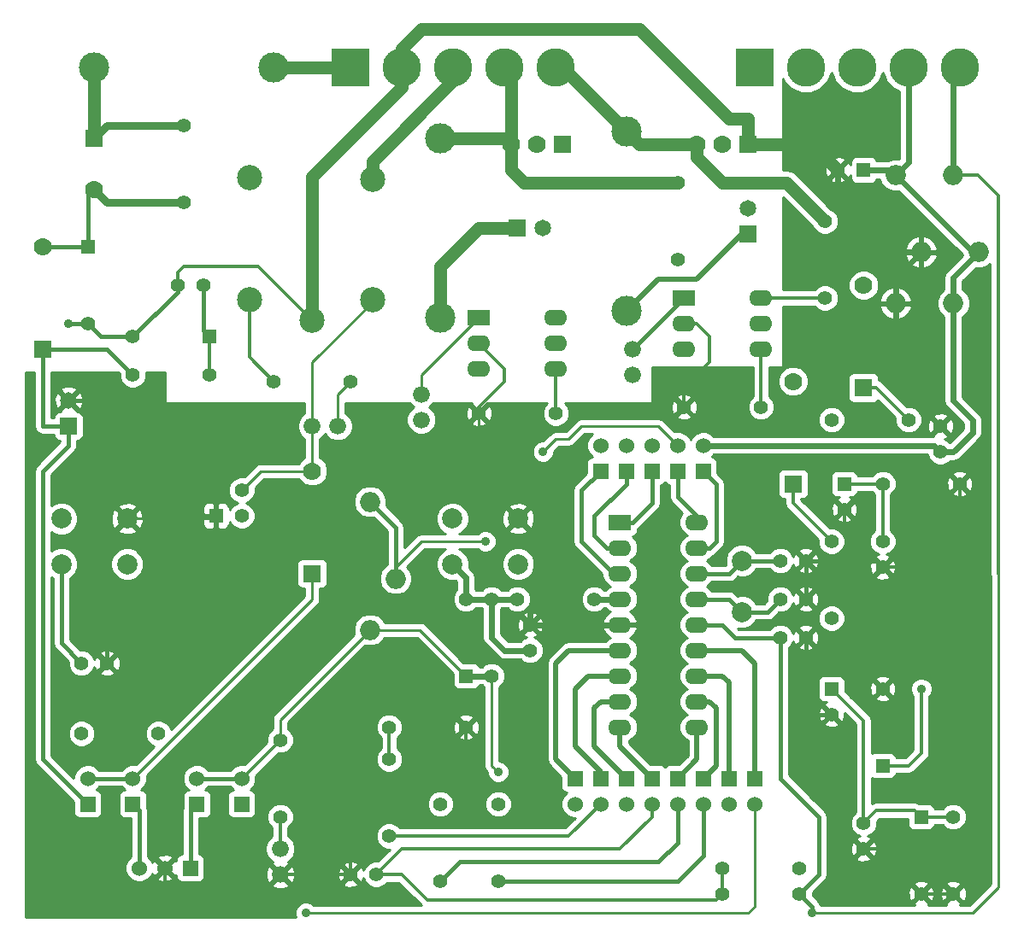
<source format=gbl>
G04 (created by PCBNEW-RS274X (2012-01-19 BZR 3256)-stable) date 21/05/2012 10:04:41 p.m.*
G01*
G70*
G90*
%MOIN*%
G04 Gerber Fmt 3.4, Leading zero omitted, Abs format*
%FSLAX34Y34*%
G04 APERTURE LIST*
%ADD10C,0.006000*%
%ADD11C,0.070000*%
%ADD12R,0.070000X0.070000*%
%ADD13C,0.055000*%
%ADD14R,0.060000X0.060000*%
%ADD15C,0.060000*%
%ADD16C,0.066000*%
%ADD17R,0.090000X0.062000*%
%ADD18O,0.090000X0.062000*%
%ADD19R,0.055000X0.055000*%
%ADD20R,0.065000X0.065000*%
%ADD21C,0.065000*%
%ADD22C,0.098400*%
%ADD23C,0.150000*%
%ADD24R,0.150000X0.150000*%
%ADD25O,0.078700X0.078700*%
%ADD26C,0.078700*%
%ADD27C,0.118100*%
%ADD28C,0.035000*%
%ADD29C,0.016000*%
%ADD30C,0.014000*%
%ADD31C,0.010000*%
%ADD32C,0.022000*%
%ADD33C,0.050000*%
%ADD34C,0.018000*%
%ADD35C,0.020000*%
%ADD36C,0.030000*%
G04 APERTURE END LIST*
G54D10*
G54D11*
X64500Y-16750D03*
X65500Y-16750D03*
G54D12*
X66500Y-16750D03*
G54D11*
X57250Y-16750D03*
X58250Y-16750D03*
G54D12*
X59250Y-16750D03*
G54D13*
X56500Y-37500D03*
X56500Y-34500D03*
X42500Y-25750D03*
X45500Y-25750D03*
X48250Y-40000D03*
X48250Y-43000D03*
X69500Y-22750D03*
X69500Y-19750D03*
X63750Y-21250D03*
X63750Y-18250D03*
X67000Y-27000D03*
X64000Y-27000D03*
X59000Y-27250D03*
X56000Y-27250D03*
X57500Y-34500D03*
X60500Y-34500D03*
X44500Y-16000D03*
X44500Y-19000D03*
X48000Y-26000D03*
X51000Y-26000D03*
X56750Y-45500D03*
X56750Y-42500D03*
X54500Y-45500D03*
X54500Y-42500D03*
X43500Y-39750D03*
X40500Y-39750D03*
X52500Y-39500D03*
X55500Y-39500D03*
X65500Y-46000D03*
X68500Y-46000D03*
X65500Y-45000D03*
X68500Y-45000D03*
X69750Y-35250D03*
X69750Y-32250D03*
X69750Y-27500D03*
X72750Y-27500D03*
X74500Y-43000D03*
X74500Y-46000D03*
X71750Y-30000D03*
X74750Y-30000D03*
X52500Y-43750D03*
X52500Y-40750D03*
G54D14*
X62750Y-41500D03*
G54D15*
X62750Y-42500D03*
G54D14*
X63750Y-41500D03*
G54D15*
X63750Y-42500D03*
G54D14*
X64750Y-29500D03*
G54D15*
X64750Y-28500D03*
G54D14*
X64750Y-41500D03*
G54D15*
X64750Y-42500D03*
G54D14*
X65750Y-41500D03*
G54D15*
X65750Y-42500D03*
G54D14*
X66750Y-41500D03*
G54D15*
X66750Y-42500D03*
G54D14*
X60750Y-41500D03*
G54D15*
X60750Y-42500D03*
G54D14*
X59750Y-41500D03*
G54D15*
X59750Y-42500D03*
G54D14*
X60750Y-29500D03*
G54D15*
X60750Y-28500D03*
G54D14*
X61750Y-29500D03*
G54D15*
X61750Y-28500D03*
G54D14*
X62750Y-29500D03*
G54D15*
X62750Y-28500D03*
G54D14*
X63750Y-29500D03*
G54D15*
X63750Y-28500D03*
G54D14*
X61750Y-41500D03*
G54D15*
X61750Y-42500D03*
G54D14*
X46750Y-42500D03*
G54D15*
X46750Y-41500D03*
G54D14*
X45000Y-42500D03*
G54D15*
X45000Y-41500D03*
G54D14*
X42500Y-42500D03*
G54D15*
X42500Y-41500D03*
G54D14*
X40750Y-42500D03*
G54D15*
X40750Y-41500D03*
G54D16*
X50500Y-27750D03*
X49500Y-27750D03*
X48250Y-44250D03*
X48250Y-45250D03*
X62000Y-25750D03*
X62000Y-24750D03*
X53750Y-27500D03*
X53750Y-26500D03*
G54D17*
X56000Y-23500D03*
G54D18*
X56000Y-24500D03*
X56000Y-25500D03*
X59000Y-25500D03*
X59000Y-24500D03*
X59000Y-23500D03*
G54D17*
X64000Y-22750D03*
G54D18*
X64000Y-23750D03*
X64000Y-24750D03*
X67000Y-24750D03*
X67000Y-23750D03*
X67000Y-22750D03*
G54D17*
X61500Y-31500D03*
G54D18*
X61500Y-32500D03*
X61500Y-33500D03*
X61500Y-34500D03*
X61500Y-35500D03*
X61500Y-36500D03*
X61500Y-37500D03*
X61500Y-38500D03*
X61500Y-39500D03*
X64500Y-39500D03*
X64500Y-38500D03*
X64500Y-37500D03*
X64500Y-36500D03*
X64500Y-35500D03*
X64500Y-34500D03*
X64500Y-33500D03*
X64500Y-32500D03*
X64500Y-31500D03*
G54D11*
X39000Y-20750D03*
G54D12*
X39000Y-24750D03*
G54D11*
X49500Y-29500D03*
G54D12*
X49500Y-33500D03*
G54D11*
X71000Y-22250D03*
G54D12*
X71000Y-26250D03*
G54D11*
X68250Y-26000D03*
G54D12*
X68250Y-30000D03*
G54D19*
X45500Y-24250D03*
G54D13*
X42500Y-24250D03*
G54D19*
X73250Y-43000D03*
G54D13*
X73250Y-46000D03*
G54D19*
X40750Y-20750D03*
G54D13*
X40750Y-23750D03*
G54D19*
X55500Y-37500D03*
G54D13*
X55500Y-34500D03*
G54D19*
X71750Y-41000D03*
G54D13*
X71750Y-38000D03*
G54D20*
X66500Y-20250D03*
G54D21*
X66500Y-19250D03*
G54D20*
X40000Y-27750D03*
G54D21*
X40000Y-26750D03*
G54D20*
X57500Y-20000D03*
G54D21*
X58500Y-20000D03*
G54D19*
X71000Y-17750D03*
G54D13*
X70000Y-17750D03*
G54D19*
X69750Y-38000D03*
G54D13*
X69750Y-39000D03*
G54D19*
X70250Y-30000D03*
G54D13*
X70250Y-31000D03*
X40500Y-37000D03*
X41500Y-37000D03*
X74000Y-28750D03*
X74000Y-27750D03*
X52000Y-45250D03*
X51000Y-45250D03*
X45250Y-22250D03*
X44250Y-22250D03*
X71750Y-32250D03*
X71750Y-33250D03*
X58000Y-36500D03*
X58000Y-35500D03*
X68750Y-36000D03*
X67750Y-36000D03*
X67750Y-34500D03*
X68750Y-34500D03*
X67750Y-33000D03*
X68750Y-33000D03*
X71000Y-43250D03*
X71000Y-44250D03*
G54D12*
X41000Y-16500D03*
G54D11*
X41000Y-18500D03*
G54D19*
X45750Y-31250D03*
G54D13*
X46750Y-31250D03*
X46750Y-30250D03*
G54D22*
X49500Y-23600D03*
X47050Y-22800D03*
X51850Y-22800D03*
X51850Y-18100D03*
X47050Y-18050D03*
G54D23*
X68750Y-13750D03*
X70750Y-13750D03*
G54D24*
X66750Y-13750D03*
G54D23*
X72750Y-13750D03*
X74750Y-13750D03*
X53000Y-13750D03*
X55000Y-13750D03*
G54D24*
X51000Y-13750D03*
G54D23*
X57000Y-13750D03*
X59000Y-13750D03*
G54D25*
X51750Y-30700D03*
X52750Y-33700D03*
X51750Y-35700D03*
X74500Y-17950D03*
X75500Y-20950D03*
X74500Y-22950D03*
X72250Y-17950D03*
X73250Y-20950D03*
X72250Y-22950D03*
G54D26*
X57530Y-31364D03*
X54970Y-33136D03*
X57530Y-33136D03*
X54970Y-31364D03*
X42280Y-31364D03*
X39720Y-33136D03*
X42280Y-33136D03*
X39720Y-31364D03*
G54D27*
X48000Y-13750D03*
X41000Y-13750D03*
G54D14*
X44750Y-45000D03*
G54D15*
X43750Y-45000D03*
X42750Y-45000D03*
G54D27*
X54500Y-16500D03*
X54500Y-23500D03*
X61750Y-16250D03*
X61750Y-23250D03*
G54D26*
X66250Y-35000D03*
X66250Y-33000D03*
G54D28*
X56750Y-41250D03*
X69000Y-46750D03*
X73250Y-38000D03*
X40000Y-23750D03*
X58500Y-28750D03*
X56250Y-32250D03*
X49250Y-46750D03*
G54D29*
X42500Y-41500D02*
X40750Y-41500D01*
G54D30*
X47050Y-22800D02*
X47050Y-25050D01*
X47050Y-25050D02*
X48000Y-26000D01*
G54D31*
X42500Y-41500D02*
X44000Y-40000D01*
X49500Y-34500D02*
X44000Y-40000D01*
X49500Y-34500D02*
X49500Y-33500D01*
X42500Y-41500D02*
X42250Y-41500D01*
X42250Y-41500D02*
X42500Y-41500D01*
G54D29*
X69000Y-46500D02*
X68500Y-46000D01*
X45000Y-41500D02*
X46750Y-41500D01*
X67750Y-36000D02*
X67750Y-41500D01*
X67750Y-41500D02*
X69250Y-43000D01*
X69250Y-43000D02*
X69250Y-45250D01*
X69250Y-45250D02*
X68500Y-46000D01*
G54D32*
X56500Y-37500D02*
X55500Y-37500D01*
G54D29*
X67750Y-36000D02*
X66000Y-36000D01*
G54D32*
X74500Y-14000D02*
X74750Y-13750D01*
G54D29*
X69000Y-46750D02*
X69000Y-46500D01*
G54D31*
X48250Y-39200D02*
X51750Y-35700D01*
G54D30*
X48250Y-40000D02*
X46750Y-41500D01*
G54D29*
X65500Y-35500D02*
X64500Y-35500D01*
G54D32*
X74500Y-17950D02*
X74500Y-14000D01*
G54D31*
X51750Y-35700D02*
X53700Y-35700D01*
G54D29*
X66000Y-36000D02*
X65500Y-35500D01*
G54D31*
X48250Y-40000D02*
X48250Y-39200D01*
X76250Y-45750D02*
X75250Y-46750D01*
X76250Y-33500D02*
X76250Y-45750D01*
X75250Y-46750D02*
X69000Y-46750D01*
X56750Y-41250D02*
X56500Y-41000D01*
G54D30*
X76250Y-18750D02*
X76250Y-33500D01*
G54D31*
X56500Y-41000D02*
X56500Y-37500D01*
G54D30*
X75450Y-17950D02*
X76250Y-18750D01*
X74500Y-17950D02*
X75450Y-17950D01*
G54D31*
X53700Y-35700D02*
X55500Y-37500D01*
G54D33*
X51000Y-13750D02*
X48000Y-13750D01*
X51850Y-18100D02*
X51850Y-17400D01*
X55000Y-14250D02*
X55000Y-13750D01*
X51850Y-17400D02*
X55000Y-14250D01*
X59250Y-13750D02*
X61750Y-16250D01*
X64500Y-16750D02*
X64500Y-17250D01*
X68000Y-18250D02*
X69500Y-19750D01*
X65500Y-18250D02*
X68000Y-18250D01*
X64500Y-16750D02*
X62250Y-16750D01*
X64500Y-17250D02*
X65500Y-18250D01*
X62250Y-16750D02*
X61750Y-16250D01*
X59000Y-13750D02*
X59250Y-13750D01*
G54D32*
X75500Y-20950D02*
X75250Y-20950D01*
X75250Y-28000D02*
X74500Y-28750D01*
X75250Y-27500D02*
X75250Y-28000D01*
X74500Y-28750D02*
X74000Y-28750D01*
X73750Y-28500D02*
X74000Y-28750D01*
X74500Y-21950D02*
X75500Y-20950D01*
X72750Y-13750D02*
X72750Y-17450D01*
X75250Y-20950D02*
X72250Y-17950D01*
X71000Y-17750D02*
X72050Y-17750D01*
X74500Y-22950D02*
X74500Y-21950D01*
X72750Y-17450D02*
X72250Y-17950D01*
X74500Y-26750D02*
X75250Y-27500D01*
X64750Y-28500D02*
X73750Y-28500D01*
X74500Y-22950D02*
X74500Y-26750D01*
X72050Y-17750D02*
X72250Y-17950D01*
G54D33*
X57250Y-16750D02*
X57250Y-17750D01*
X57750Y-18250D02*
X63750Y-18250D01*
X57250Y-17750D02*
X57750Y-18250D01*
X54500Y-16500D02*
X57000Y-16500D01*
X57000Y-16500D02*
X57250Y-16750D01*
X57250Y-16750D02*
X57250Y-14000D01*
X57250Y-14000D02*
X57000Y-13750D01*
G54D30*
X73250Y-40500D02*
X73250Y-38000D01*
X71750Y-30000D02*
X70250Y-30000D01*
X71750Y-41000D02*
X72750Y-41000D01*
X72750Y-41000D02*
X73250Y-40500D01*
X71750Y-32250D02*
X71750Y-30000D01*
X65250Y-46250D02*
X65500Y-46000D01*
X53000Y-44250D02*
X52000Y-45250D01*
X53750Y-46000D02*
X54000Y-46250D01*
X52000Y-45250D02*
X53000Y-45250D01*
X65500Y-46000D02*
X65500Y-45000D01*
X62750Y-43000D02*
X61500Y-44250D01*
X53000Y-45250D02*
X53750Y-46000D01*
X54000Y-46250D02*
X65250Y-46250D01*
X61500Y-44250D02*
X53000Y-44250D01*
X62750Y-42500D02*
X62750Y-43000D01*
G54D34*
X64750Y-42500D02*
X64750Y-44500D01*
X64750Y-44500D02*
X63750Y-45500D01*
X63750Y-45500D02*
X56750Y-45500D01*
G54D30*
X60750Y-42500D02*
X59500Y-43750D01*
X59500Y-43750D02*
X52500Y-43750D01*
X71500Y-42750D02*
X73000Y-42750D01*
X71000Y-43250D02*
X71000Y-39250D01*
X73250Y-43000D02*
X74500Y-43000D01*
X73000Y-42750D02*
X73250Y-43000D01*
X71000Y-39250D02*
X69750Y-38000D01*
X71000Y-43250D02*
X71500Y-42750D01*
G54D29*
X42750Y-42750D02*
X42500Y-42500D01*
X42750Y-45000D02*
X42750Y-42750D01*
X44750Y-42750D02*
X45000Y-42500D01*
X44750Y-45000D02*
X44750Y-42750D01*
G54D34*
X63000Y-44750D02*
X55250Y-44750D01*
X63750Y-42500D02*
X63750Y-44000D01*
X63750Y-44000D02*
X63000Y-44750D01*
X55250Y-44750D02*
X54500Y-45500D01*
G54D29*
X40000Y-28500D02*
X39000Y-29500D01*
X41500Y-24750D02*
X42500Y-25750D01*
X39000Y-40750D02*
X40750Y-42500D01*
X39000Y-24750D02*
X41500Y-24750D01*
X39000Y-27750D02*
X40000Y-27750D01*
X39000Y-29500D02*
X39000Y-40750D01*
X39000Y-24750D02*
X39000Y-27750D01*
X40000Y-27750D02*
X40000Y-28500D01*
G54D30*
X45500Y-24250D02*
X45500Y-25750D01*
G54D29*
X45250Y-22250D02*
X45250Y-24000D01*
X45250Y-24000D02*
X45500Y-24250D01*
G54D33*
X53000Y-13750D02*
X53000Y-13000D01*
X66500Y-15750D02*
X66500Y-16750D01*
X65750Y-15750D02*
X66500Y-15750D01*
X62250Y-12250D02*
X65750Y-15750D01*
X53750Y-12250D02*
X62250Y-12250D01*
X53000Y-13000D02*
X53750Y-12250D01*
X66500Y-16750D02*
X69000Y-16750D01*
X69000Y-16750D02*
X70000Y-17750D01*
X49500Y-23600D02*
X49500Y-18000D01*
X49500Y-18000D02*
X53000Y-14500D01*
X53000Y-14500D02*
X53000Y-13750D01*
G54D32*
X70000Y-18750D02*
X70000Y-17750D01*
G54D30*
X73250Y-46000D02*
X74500Y-46000D01*
X56000Y-27250D02*
X56000Y-27000D01*
G54D29*
X69000Y-39000D02*
X69750Y-39000D01*
G54D34*
X41780Y-30864D02*
X42280Y-31364D01*
G54D30*
X65000Y-24250D02*
X64500Y-23750D01*
X47400Y-21500D02*
X49500Y-23600D01*
X74750Y-31750D02*
X74750Y-30000D01*
G54D29*
X68750Y-38750D02*
X69000Y-39000D01*
X68750Y-34500D02*
X68750Y-33000D01*
X71500Y-33000D02*
X71750Y-33250D01*
X68750Y-36000D02*
X68750Y-38750D01*
G54D30*
X71500Y-44250D02*
X73250Y-46000D01*
G54D29*
X68750Y-33000D02*
X71500Y-33000D01*
G54D32*
X72200Y-20950D02*
X70000Y-18750D01*
G54D31*
X56000Y-29834D02*
X57530Y-31364D01*
G54D30*
X48250Y-45250D02*
X46750Y-46750D01*
G54D29*
X41250Y-24250D02*
X40750Y-23750D01*
G54D30*
X65000Y-25250D02*
X65000Y-24250D01*
G54D32*
X61500Y-35500D02*
X58000Y-35500D01*
G54D30*
X44250Y-22250D02*
X44250Y-21750D01*
X44250Y-21750D02*
X44500Y-21500D01*
G54D31*
X42280Y-31364D02*
X45636Y-31364D01*
G54D30*
X44500Y-21500D02*
X47400Y-21500D01*
G54D32*
X58000Y-35000D02*
X58500Y-34500D01*
G54D34*
X40750Y-26750D02*
X40000Y-26750D01*
X41780Y-30114D02*
X41780Y-30000D01*
G54D32*
X73250Y-20950D02*
X72200Y-20950D01*
G54D30*
X51000Y-45250D02*
X48250Y-45250D01*
G54D32*
X58500Y-32334D02*
X57530Y-31364D01*
G54D34*
X41780Y-27780D02*
X40750Y-26750D01*
G54D29*
X42500Y-24250D02*
X41250Y-24250D01*
G54D30*
X55500Y-40250D02*
X53750Y-42000D01*
X64000Y-27000D02*
X64000Y-26250D01*
X55500Y-39500D02*
X55500Y-40250D01*
G54D29*
X44250Y-22500D02*
X42500Y-24250D01*
G54D30*
X51000Y-43250D02*
X51000Y-45250D01*
G54D34*
X41780Y-30000D02*
X41780Y-27780D01*
G54D31*
X56000Y-27250D02*
X56000Y-29834D01*
G54D30*
X45500Y-46750D02*
X44500Y-46750D01*
G54D31*
X45636Y-31364D02*
X45750Y-31250D01*
G54D30*
X44500Y-46750D02*
X43750Y-46000D01*
X53750Y-42000D02*
X52250Y-42000D01*
X64000Y-26250D02*
X65000Y-25250D01*
X56000Y-27000D02*
X57000Y-26000D01*
G54D32*
X72250Y-22950D02*
X72250Y-21950D01*
X72250Y-21950D02*
X73250Y-20950D01*
X58000Y-35500D02*
X58000Y-35000D01*
X72250Y-22950D02*
X72250Y-26000D01*
G54D30*
X71750Y-33250D02*
X73250Y-33250D01*
X43750Y-46000D02*
X43750Y-45000D01*
X73250Y-33250D02*
X74750Y-31750D01*
X70250Y-31000D02*
X70250Y-31750D01*
X71000Y-44250D02*
X71500Y-44250D01*
X52250Y-42000D02*
X51000Y-43250D01*
G54D34*
X41780Y-30000D02*
X41780Y-30864D01*
G54D29*
X44250Y-22250D02*
X44250Y-22500D01*
G54D30*
X57000Y-25500D02*
X56000Y-24500D01*
X64500Y-23750D02*
X64000Y-23750D01*
X46750Y-46750D02*
X45500Y-46750D01*
G54D32*
X72250Y-26000D02*
X74000Y-27750D01*
G54D30*
X57000Y-26000D02*
X57000Y-25500D01*
G54D29*
X40750Y-23750D02*
X40000Y-23750D01*
X41500Y-37000D02*
X41500Y-32144D01*
G54D32*
X58500Y-34500D02*
X58500Y-32334D01*
G54D30*
X70250Y-31750D02*
X71750Y-33250D01*
G54D29*
X41500Y-32144D02*
X42280Y-31364D01*
G54D31*
X63000Y-27750D02*
X63750Y-28500D01*
G54D29*
X52750Y-33700D02*
X52750Y-31700D01*
G54D31*
X52750Y-33700D02*
X52750Y-33250D01*
X58500Y-28750D02*
X59000Y-28250D01*
X60000Y-27750D02*
X63000Y-27750D01*
G54D29*
X52750Y-31700D02*
X51750Y-30700D01*
G54D31*
X52750Y-33250D02*
X53750Y-32250D01*
X59500Y-28250D02*
X60000Y-27750D01*
X53750Y-32250D02*
X56250Y-32250D01*
X59000Y-28250D02*
X59500Y-28250D01*
X50500Y-27750D02*
X50500Y-26500D01*
X50500Y-26500D02*
X51000Y-26000D01*
G54D30*
X52500Y-40750D02*
X52500Y-39500D01*
X67000Y-22750D02*
X69500Y-22750D01*
G54D35*
X64500Y-22000D02*
X63000Y-22000D01*
X66250Y-20250D02*
X64500Y-22000D01*
X66500Y-20250D02*
X66250Y-20250D01*
X63000Y-22000D02*
X61750Y-23250D01*
G54D30*
X67000Y-24750D02*
X67000Y-27000D01*
X59000Y-27250D02*
X59000Y-25500D01*
G54D31*
X53750Y-26500D02*
X53750Y-25750D01*
X53750Y-25750D02*
X56000Y-23500D01*
G54D33*
X56000Y-20000D02*
X57500Y-20000D01*
X54500Y-21500D02*
X56000Y-20000D01*
X54500Y-23500D02*
X54500Y-21500D01*
G54D29*
X62000Y-24750D02*
X64000Y-22750D01*
G54D30*
X48250Y-44250D02*
X48250Y-43000D01*
G54D35*
X59750Y-41500D02*
X59000Y-40750D01*
X59000Y-37000D02*
X59500Y-36500D01*
X59500Y-36500D02*
X61500Y-36500D01*
X59000Y-40750D02*
X59000Y-37000D01*
X60250Y-37500D02*
X61500Y-37500D01*
X59750Y-38000D02*
X60250Y-37500D01*
X60750Y-41250D02*
X59750Y-40250D01*
X59750Y-40250D02*
X59750Y-38000D01*
X60750Y-41500D02*
X60750Y-41250D01*
X60500Y-40250D02*
X61750Y-41500D01*
X61500Y-38500D02*
X60750Y-38500D01*
X60750Y-38500D02*
X60500Y-38750D01*
X60500Y-38750D02*
X60500Y-40250D01*
X61500Y-40250D02*
X62750Y-41500D01*
X61500Y-39500D02*
X61500Y-40250D01*
X64500Y-39500D02*
X64500Y-40750D01*
X64500Y-40750D02*
X63750Y-41500D01*
X65250Y-41000D02*
X64750Y-41500D01*
X64500Y-38500D02*
X65000Y-38500D01*
X65000Y-38500D02*
X65250Y-38750D01*
X65250Y-38750D02*
X65250Y-41000D01*
X65750Y-37750D02*
X65750Y-41500D01*
X64500Y-37500D02*
X65500Y-37500D01*
X65500Y-37500D02*
X65750Y-37750D01*
X66250Y-36500D02*
X66750Y-37000D01*
X64500Y-36500D02*
X66250Y-36500D01*
X66750Y-37000D02*
X66750Y-41500D01*
G54D29*
X65250Y-32250D02*
X65250Y-30000D01*
X65250Y-30000D02*
X64750Y-29500D01*
X65000Y-32500D02*
X65250Y-32250D01*
X64500Y-32500D02*
X65000Y-32500D01*
X63750Y-30500D02*
X63750Y-29500D01*
X64500Y-31500D02*
X64500Y-31250D01*
X64500Y-31250D02*
X63750Y-30500D01*
X40750Y-20750D02*
X39000Y-20750D01*
X40750Y-18750D02*
X41000Y-18500D01*
X40750Y-20750D02*
X40750Y-18750D01*
G54D36*
X44500Y-19000D02*
X41500Y-19000D01*
X41500Y-19000D02*
X41000Y-18500D01*
G54D29*
X62750Y-30750D02*
X62750Y-29500D01*
X62000Y-31500D02*
X62750Y-30750D01*
X61500Y-31500D02*
X62000Y-31500D01*
X60500Y-32000D02*
X60500Y-31250D01*
X60500Y-31250D02*
X61750Y-30000D01*
X61750Y-29500D02*
X61750Y-30000D01*
X61000Y-32500D02*
X61500Y-32500D01*
X61000Y-32500D02*
X60500Y-32000D01*
X61250Y-33500D02*
X60000Y-32250D01*
X61500Y-33500D02*
X61250Y-33500D01*
X60000Y-30250D02*
X60750Y-29500D01*
X60000Y-32250D02*
X60000Y-30250D01*
G54D32*
X56500Y-36000D02*
X56500Y-34500D01*
X58000Y-36500D02*
X57000Y-36500D01*
X57000Y-36500D02*
X56500Y-36000D01*
X56500Y-34500D02*
X57500Y-34500D01*
X55500Y-33666D02*
X54970Y-33136D01*
X55500Y-34500D02*
X55500Y-33666D01*
X57500Y-34500D02*
X55500Y-34500D01*
X61500Y-34500D02*
X60500Y-34500D01*
G54D30*
X71500Y-26250D02*
X72750Y-27500D01*
X71000Y-26250D02*
X71500Y-26250D01*
X68250Y-30000D02*
X68250Y-30750D01*
X68250Y-30750D02*
X69750Y-32250D01*
G54D36*
X41000Y-16500D02*
X41500Y-16000D01*
X41500Y-16000D02*
X44500Y-16000D01*
G54D33*
X41000Y-13750D02*
X41000Y-16500D01*
G54D29*
X39720Y-36220D02*
X40500Y-37000D01*
G54D31*
X66750Y-42500D02*
X66750Y-46500D01*
X66750Y-46500D02*
X66500Y-46750D01*
G54D29*
X39720Y-33136D02*
X39720Y-36220D01*
G54D31*
X66500Y-46750D02*
X49250Y-46750D01*
X49500Y-25250D02*
X51850Y-22900D01*
X49500Y-27750D02*
X49500Y-25250D01*
X51850Y-22900D02*
X51850Y-22800D01*
X49500Y-29500D02*
X47500Y-29500D01*
X49500Y-29500D02*
X49500Y-27750D01*
X47500Y-29500D02*
X46750Y-30250D01*
G54D29*
X66250Y-35000D02*
X67250Y-35000D01*
X67250Y-35000D02*
X67750Y-34500D01*
X64500Y-34500D02*
X65750Y-34500D01*
X65750Y-34500D02*
X66250Y-35000D01*
X67750Y-33000D02*
X66250Y-33000D01*
X64500Y-33500D02*
X65750Y-33500D01*
X65750Y-33500D02*
X66250Y-33000D01*
G54D10*
G36*
X74890Y-27850D02*
X74519Y-28220D01*
X74519Y-27824D01*
X74508Y-27620D01*
X74452Y-27483D01*
X74361Y-27460D01*
X74290Y-27531D01*
X74290Y-27389D01*
X74267Y-27298D01*
X74074Y-27231D01*
X73870Y-27242D01*
X73733Y-27298D01*
X73710Y-27389D01*
X74000Y-27679D01*
X74290Y-27389D01*
X74290Y-27531D01*
X74071Y-27750D01*
X74361Y-28040D01*
X74452Y-28017D01*
X74519Y-27824D01*
X74519Y-28220D01*
X74366Y-28373D01*
X74298Y-28305D01*
X74157Y-28246D01*
X74267Y-28202D01*
X74290Y-28111D01*
X74000Y-27821D01*
X73929Y-27892D01*
X73929Y-27750D01*
X73639Y-27460D01*
X73548Y-27483D01*
X73481Y-27676D01*
X73492Y-27880D01*
X73548Y-28017D01*
X73639Y-28040D01*
X73929Y-27750D01*
X73929Y-27892D01*
X73710Y-28111D01*
X73717Y-28140D01*
X73275Y-28140D01*
X73275Y-27605D01*
X73275Y-27396D01*
X73200Y-27215D01*
X73200Y-21537D01*
X73200Y-21000D01*
X73200Y-20900D01*
X73200Y-20363D01*
X73099Y-20317D01*
X72868Y-20423D01*
X72695Y-20609D01*
X72625Y-20800D01*
X72672Y-20900D01*
X73200Y-20900D01*
X73200Y-21000D01*
X72672Y-21000D01*
X72625Y-21100D01*
X72695Y-21291D01*
X72868Y-21477D01*
X73099Y-21583D01*
X73200Y-21537D01*
X73200Y-27215D01*
X73195Y-27203D01*
X73048Y-27055D01*
X72875Y-26983D01*
X72875Y-23100D01*
X72875Y-22800D01*
X72805Y-22609D01*
X72632Y-22423D01*
X72401Y-22317D01*
X72300Y-22363D01*
X72300Y-22900D01*
X72828Y-22900D01*
X72875Y-22800D01*
X72875Y-23100D01*
X72828Y-23000D01*
X72300Y-23000D01*
X72300Y-23537D01*
X72401Y-23583D01*
X72632Y-23477D01*
X72805Y-23291D01*
X72875Y-23100D01*
X72875Y-26983D01*
X72855Y-26975D01*
X72677Y-26975D01*
X72200Y-26498D01*
X72200Y-23537D01*
X72200Y-23000D01*
X72200Y-22900D01*
X72200Y-22363D01*
X72099Y-22317D01*
X71868Y-22423D01*
X71695Y-22609D01*
X71625Y-22800D01*
X71672Y-22900D01*
X72200Y-22900D01*
X72200Y-23000D01*
X71672Y-23000D01*
X71625Y-23100D01*
X71695Y-23291D01*
X71868Y-23477D01*
X72099Y-23583D01*
X72200Y-23537D01*
X72200Y-26498D01*
X71726Y-26024D01*
X71623Y-25954D01*
X71599Y-25949D01*
X71599Y-25851D01*
X71599Y-22369D01*
X71599Y-22131D01*
X71508Y-21911D01*
X71339Y-21742D01*
X71119Y-21651D01*
X70881Y-21651D01*
X70661Y-21742D01*
X70492Y-21911D01*
X70401Y-22131D01*
X70401Y-22369D01*
X70492Y-22589D01*
X70661Y-22758D01*
X70881Y-22849D01*
X71119Y-22849D01*
X71339Y-22758D01*
X71508Y-22589D01*
X71599Y-22369D01*
X71599Y-25851D01*
X71561Y-25759D01*
X71491Y-25689D01*
X71400Y-25651D01*
X71301Y-25651D01*
X70601Y-25651D01*
X70509Y-25689D01*
X70439Y-25759D01*
X70401Y-25850D01*
X70401Y-25949D01*
X70401Y-26649D01*
X70439Y-26741D01*
X70509Y-26811D01*
X70600Y-26849D01*
X70699Y-26849D01*
X71399Y-26849D01*
X71491Y-26811D01*
X71549Y-26752D01*
X72225Y-27427D01*
X72225Y-27604D01*
X72305Y-27797D01*
X72452Y-27945D01*
X72645Y-28025D01*
X72854Y-28025D01*
X73047Y-27945D01*
X73195Y-27798D01*
X73275Y-27605D01*
X73275Y-28140D01*
X70290Y-28140D01*
X70290Y-18111D01*
X70000Y-17821D01*
X69929Y-17892D01*
X69929Y-17750D01*
X69639Y-17460D01*
X69548Y-17483D01*
X69481Y-17676D01*
X69492Y-17880D01*
X69548Y-18017D01*
X69639Y-18040D01*
X69929Y-17750D01*
X69929Y-17892D01*
X69710Y-18111D01*
X69733Y-18202D01*
X69926Y-18269D01*
X70130Y-18258D01*
X70267Y-18202D01*
X70290Y-18111D01*
X70290Y-28140D01*
X70275Y-28140D01*
X70275Y-27605D01*
X70275Y-27396D01*
X70195Y-27203D01*
X70048Y-27055D01*
X69855Y-26975D01*
X69646Y-26975D01*
X69453Y-27055D01*
X69305Y-27202D01*
X69225Y-27395D01*
X69225Y-27604D01*
X69305Y-27797D01*
X69452Y-27945D01*
X69645Y-28025D01*
X69854Y-28025D01*
X70047Y-27945D01*
X70195Y-27798D01*
X70275Y-27605D01*
X70275Y-28140D01*
X68849Y-28140D01*
X68849Y-26119D01*
X68849Y-25881D01*
X68758Y-25661D01*
X68589Y-25492D01*
X68369Y-25401D01*
X68131Y-25401D01*
X67911Y-25492D01*
X67742Y-25661D01*
X67651Y-25881D01*
X67651Y-26119D01*
X67742Y-26339D01*
X67911Y-26508D01*
X68131Y-26599D01*
X68369Y-26599D01*
X68589Y-26508D01*
X68758Y-26339D01*
X68849Y-26119D01*
X68849Y-28140D01*
X65166Y-28140D01*
X65061Y-28035D01*
X64859Y-27951D01*
X64641Y-27951D01*
X64519Y-28001D01*
X64519Y-27074D01*
X64508Y-26870D01*
X64452Y-26733D01*
X64361Y-26710D01*
X64290Y-26781D01*
X64290Y-26639D01*
X64267Y-26548D01*
X64074Y-26481D01*
X63870Y-26492D01*
X63733Y-26548D01*
X63710Y-26639D01*
X64000Y-26929D01*
X64290Y-26639D01*
X64290Y-26781D01*
X64071Y-27000D01*
X64361Y-27290D01*
X64452Y-27267D01*
X64519Y-27074D01*
X64519Y-28001D01*
X64439Y-28035D01*
X64290Y-28184D01*
X64290Y-27361D01*
X64000Y-27071D01*
X63929Y-27142D01*
X63929Y-27000D01*
X63639Y-26710D01*
X63548Y-26733D01*
X63481Y-26926D01*
X63492Y-27130D01*
X63548Y-27267D01*
X63639Y-27290D01*
X63929Y-27000D01*
X63929Y-27142D01*
X63710Y-27361D01*
X63733Y-27452D01*
X63926Y-27519D01*
X64130Y-27508D01*
X64267Y-27452D01*
X64290Y-27361D01*
X64290Y-28184D01*
X64285Y-28189D01*
X64250Y-28273D01*
X64215Y-28189D01*
X64061Y-28035D01*
X63859Y-27951D01*
X63641Y-27951D01*
X63630Y-27955D01*
X63212Y-27538D01*
X63115Y-27473D01*
X63000Y-27450D01*
X60000Y-27450D01*
X59885Y-27473D01*
X59788Y-27538D01*
X59376Y-27950D01*
X59000Y-27950D01*
X58885Y-27973D01*
X58788Y-28038D01*
X58501Y-28325D01*
X58416Y-28325D01*
X58260Y-28389D01*
X58140Y-28509D01*
X58075Y-28665D01*
X58075Y-28834D01*
X58139Y-28990D01*
X58259Y-29110D01*
X58415Y-29175D01*
X58584Y-29175D01*
X58740Y-29111D01*
X58860Y-28991D01*
X58925Y-28835D01*
X58925Y-28749D01*
X59124Y-28550D01*
X59500Y-28550D01*
X59615Y-28527D01*
X59712Y-28462D01*
X60124Y-28050D01*
X60424Y-28050D01*
X60285Y-28189D01*
X60201Y-28391D01*
X60201Y-28609D01*
X60285Y-28811D01*
X60425Y-28951D01*
X60401Y-28951D01*
X60309Y-28989D01*
X60239Y-29059D01*
X60201Y-29150D01*
X60201Y-29249D01*
X60201Y-29582D01*
X59767Y-30017D01*
X59695Y-30123D01*
X59670Y-30250D01*
X59670Y-32250D01*
X59695Y-32377D01*
X59767Y-32483D01*
X60798Y-33514D01*
X60798Y-33609D01*
X60882Y-33811D01*
X61036Y-33965D01*
X61120Y-34000D01*
X61036Y-34035D01*
X60931Y-34140D01*
X60882Y-34140D01*
X60798Y-34055D01*
X60605Y-33975D01*
X60396Y-33975D01*
X60203Y-34055D01*
X60055Y-34202D01*
X59975Y-34395D01*
X59975Y-34604D01*
X60055Y-34797D01*
X60202Y-34945D01*
X60395Y-35025D01*
X60604Y-35025D01*
X60797Y-34945D01*
X60882Y-34860D01*
X60931Y-34860D01*
X61036Y-34965D01*
X61115Y-34998D01*
X60950Y-35118D01*
X60835Y-35304D01*
X60818Y-35363D01*
X60865Y-35450D01*
X61400Y-35450D01*
X61450Y-35450D01*
X61550Y-35450D01*
X61600Y-35450D01*
X62135Y-35450D01*
X62182Y-35363D01*
X62165Y-35304D01*
X62050Y-35118D01*
X61884Y-34998D01*
X61964Y-34965D01*
X62118Y-34811D01*
X62202Y-34609D01*
X62202Y-34391D01*
X62118Y-34189D01*
X61964Y-34035D01*
X61879Y-34000D01*
X61964Y-33965D01*
X62118Y-33811D01*
X62202Y-33609D01*
X62202Y-33391D01*
X62118Y-33189D01*
X61964Y-33035D01*
X61879Y-33000D01*
X61964Y-32965D01*
X62118Y-32811D01*
X62202Y-32609D01*
X62202Y-32391D01*
X62118Y-32189D01*
X61988Y-32059D01*
X61999Y-32059D01*
X62091Y-32021D01*
X62161Y-31951D01*
X62199Y-31860D01*
X62199Y-31761D01*
X62199Y-31756D01*
X62199Y-31755D01*
X62233Y-31733D01*
X62983Y-30984D01*
X62983Y-30983D01*
X63030Y-30912D01*
X63054Y-30877D01*
X63055Y-30876D01*
X63079Y-30750D01*
X63080Y-30750D01*
X63080Y-30049D01*
X63099Y-30049D01*
X63191Y-30011D01*
X63250Y-29952D01*
X63309Y-30011D01*
X63400Y-30049D01*
X63420Y-30049D01*
X63420Y-30500D01*
X63445Y-30627D01*
X63517Y-30733D01*
X63927Y-31143D01*
X63882Y-31189D01*
X63798Y-31391D01*
X63798Y-31609D01*
X63882Y-31811D01*
X64036Y-31965D01*
X64120Y-32000D01*
X64036Y-32035D01*
X63882Y-32189D01*
X63798Y-32391D01*
X63798Y-32609D01*
X63882Y-32811D01*
X64036Y-32965D01*
X64120Y-33000D01*
X64036Y-33035D01*
X63882Y-33189D01*
X63798Y-33391D01*
X63798Y-33609D01*
X63882Y-33811D01*
X64036Y-33965D01*
X64120Y-34000D01*
X64036Y-34035D01*
X63882Y-34189D01*
X63798Y-34391D01*
X63798Y-34609D01*
X63882Y-34811D01*
X64036Y-34965D01*
X64120Y-35000D01*
X64036Y-35035D01*
X63882Y-35189D01*
X63798Y-35391D01*
X63798Y-35609D01*
X63882Y-35811D01*
X64036Y-35965D01*
X64120Y-36000D01*
X64036Y-36035D01*
X63882Y-36189D01*
X63798Y-36391D01*
X63798Y-36609D01*
X63882Y-36811D01*
X64036Y-36965D01*
X64120Y-37000D01*
X64036Y-37035D01*
X63882Y-37189D01*
X63798Y-37391D01*
X63798Y-37609D01*
X63882Y-37811D01*
X64036Y-37965D01*
X64120Y-38000D01*
X64036Y-38035D01*
X63882Y-38189D01*
X63798Y-38391D01*
X63798Y-38609D01*
X63882Y-38811D01*
X64036Y-38965D01*
X64120Y-39000D01*
X64036Y-39035D01*
X63882Y-39189D01*
X63798Y-39391D01*
X63798Y-39609D01*
X63882Y-39811D01*
X64036Y-39965D01*
X64150Y-40012D01*
X64150Y-40605D01*
X63804Y-40951D01*
X63401Y-40951D01*
X63309Y-40989D01*
X63250Y-41048D01*
X63191Y-40989D01*
X63100Y-40951D01*
X63001Y-40951D01*
X62695Y-40951D01*
X61850Y-40105D01*
X61850Y-40012D01*
X61964Y-39965D01*
X62118Y-39811D01*
X62202Y-39609D01*
X62202Y-39391D01*
X62118Y-39189D01*
X61964Y-39035D01*
X61879Y-39000D01*
X61964Y-38965D01*
X62118Y-38811D01*
X62202Y-38609D01*
X62202Y-38391D01*
X62118Y-38189D01*
X61964Y-38035D01*
X61879Y-38000D01*
X61964Y-37965D01*
X62118Y-37811D01*
X62202Y-37609D01*
X62202Y-37391D01*
X62118Y-37189D01*
X61964Y-37035D01*
X61879Y-37000D01*
X61964Y-36965D01*
X62118Y-36811D01*
X62202Y-36609D01*
X62202Y-36391D01*
X62118Y-36189D01*
X61964Y-36035D01*
X61884Y-36001D01*
X62050Y-35882D01*
X62165Y-35696D01*
X62182Y-35637D01*
X62135Y-35550D01*
X61600Y-35550D01*
X61550Y-35550D01*
X61450Y-35550D01*
X61400Y-35550D01*
X60865Y-35550D01*
X60818Y-35637D01*
X60835Y-35696D01*
X60950Y-35882D01*
X61115Y-36001D01*
X61036Y-36035D01*
X60921Y-36150D01*
X59500Y-36150D01*
X59366Y-36177D01*
X59252Y-36253D01*
X58753Y-36753D01*
X58677Y-36866D01*
X58650Y-37000D01*
X58650Y-40750D01*
X58677Y-40884D01*
X58753Y-40997D01*
X59201Y-41445D01*
X59201Y-41849D01*
X59239Y-41941D01*
X59309Y-42011D01*
X59400Y-42049D01*
X59425Y-42049D01*
X59285Y-42189D01*
X59201Y-42391D01*
X59201Y-42609D01*
X59285Y-42811D01*
X59439Y-42965D01*
X59641Y-43049D01*
X59748Y-43049D01*
X59367Y-43430D01*
X58525Y-43430D01*
X58525Y-36605D01*
X58525Y-36396D01*
X58519Y-36381D01*
X58519Y-35574D01*
X58508Y-35370D01*
X58452Y-35233D01*
X58361Y-35210D01*
X58290Y-35281D01*
X58290Y-35139D01*
X58267Y-35048D01*
X58173Y-35015D01*
X58173Y-33265D01*
X58173Y-33009D01*
X58165Y-32989D01*
X58165Y-31464D01*
X58155Y-31214D01*
X58078Y-31028D01*
X57974Y-30991D01*
X57903Y-31062D01*
X57903Y-30920D01*
X57866Y-30816D01*
X57630Y-30729D01*
X57380Y-30739D01*
X57194Y-30816D01*
X57157Y-30920D01*
X57530Y-31293D01*
X57903Y-30920D01*
X57903Y-31062D01*
X57601Y-31364D01*
X57974Y-31737D01*
X58078Y-31700D01*
X58165Y-31464D01*
X58165Y-32989D01*
X58075Y-32773D01*
X57903Y-32600D01*
X57903Y-31808D01*
X57530Y-31435D01*
X57459Y-31506D01*
X57459Y-31364D01*
X57086Y-30991D01*
X56982Y-31028D01*
X56895Y-31264D01*
X56905Y-31514D01*
X56982Y-31700D01*
X57086Y-31737D01*
X57459Y-31364D01*
X57459Y-31506D01*
X57157Y-31808D01*
X57194Y-31912D01*
X57430Y-31999D01*
X57680Y-31989D01*
X57866Y-31912D01*
X57903Y-31808D01*
X57903Y-32600D01*
X57895Y-32592D01*
X57659Y-32493D01*
X57403Y-32493D01*
X57167Y-32591D01*
X56986Y-32771D01*
X56887Y-33007D01*
X56887Y-33263D01*
X56985Y-33499D01*
X57165Y-33680D01*
X57401Y-33779D01*
X57657Y-33779D01*
X57893Y-33681D01*
X58074Y-33501D01*
X58173Y-33265D01*
X58173Y-35015D01*
X58074Y-34981D01*
X57870Y-34992D01*
X57733Y-35048D01*
X57710Y-35139D01*
X58000Y-35429D01*
X58290Y-35139D01*
X58290Y-35281D01*
X58071Y-35500D01*
X58361Y-35790D01*
X58452Y-35767D01*
X58519Y-35574D01*
X58519Y-36381D01*
X58445Y-36203D01*
X58298Y-36055D01*
X58157Y-35996D01*
X58267Y-35952D01*
X58290Y-35861D01*
X58000Y-35571D01*
X57929Y-35642D01*
X57929Y-35500D01*
X57639Y-35210D01*
X57548Y-35233D01*
X57481Y-35426D01*
X57492Y-35630D01*
X57548Y-35767D01*
X57639Y-35790D01*
X57929Y-35500D01*
X57929Y-35642D01*
X57710Y-35861D01*
X57733Y-35952D01*
X57851Y-35993D01*
X57703Y-36055D01*
X57617Y-36140D01*
X57149Y-36140D01*
X56860Y-35850D01*
X56860Y-34882D01*
X56882Y-34860D01*
X57117Y-34860D01*
X57202Y-34945D01*
X57395Y-35025D01*
X57604Y-35025D01*
X57797Y-34945D01*
X57945Y-34798D01*
X58025Y-34605D01*
X58025Y-34396D01*
X57945Y-34203D01*
X57798Y-34055D01*
X57605Y-33975D01*
X57396Y-33975D01*
X57203Y-34055D01*
X57117Y-34140D01*
X56882Y-34140D01*
X56798Y-34055D01*
X56605Y-33975D01*
X56396Y-33975D01*
X56203Y-34055D01*
X56117Y-34140D01*
X55882Y-34140D01*
X55860Y-34117D01*
X55860Y-33666D01*
X55833Y-33528D01*
X55755Y-33411D01*
X55752Y-33409D01*
X55611Y-33268D01*
X55613Y-33265D01*
X55613Y-33009D01*
X55515Y-32773D01*
X55335Y-32592D01*
X55234Y-32550D01*
X55949Y-32550D01*
X56009Y-32610D01*
X56165Y-32675D01*
X56334Y-32675D01*
X56490Y-32611D01*
X56610Y-32491D01*
X56675Y-32335D01*
X56675Y-32166D01*
X56611Y-32010D01*
X56519Y-31918D01*
X56519Y-27324D01*
X56508Y-27120D01*
X56452Y-26983D01*
X56361Y-26960D01*
X56071Y-27250D01*
X56361Y-27540D01*
X56452Y-27517D01*
X56519Y-27324D01*
X56519Y-31918D01*
X56491Y-31890D01*
X56335Y-31825D01*
X56290Y-31825D01*
X56290Y-27611D01*
X56000Y-27321D01*
X55929Y-27392D01*
X55929Y-27250D01*
X55639Y-26960D01*
X55548Y-26983D01*
X55481Y-27176D01*
X55492Y-27380D01*
X55548Y-27517D01*
X55639Y-27540D01*
X55929Y-27250D01*
X55929Y-27392D01*
X55710Y-27611D01*
X55733Y-27702D01*
X55926Y-27769D01*
X56130Y-27758D01*
X56267Y-27702D01*
X56290Y-27611D01*
X56290Y-31825D01*
X56166Y-31825D01*
X56010Y-31889D01*
X55949Y-31950D01*
X55234Y-31950D01*
X55333Y-31909D01*
X55514Y-31729D01*
X55613Y-31493D01*
X55613Y-31237D01*
X55515Y-31001D01*
X55335Y-30820D01*
X55099Y-30721D01*
X54843Y-30721D01*
X54607Y-30819D01*
X54426Y-30999D01*
X54327Y-31235D01*
X54327Y-31491D01*
X54425Y-31727D01*
X54605Y-31908D01*
X54705Y-31950D01*
X53750Y-31950D01*
X53635Y-31973D01*
X53538Y-32038D01*
X53080Y-32496D01*
X53080Y-31700D01*
X53058Y-31594D01*
X53055Y-31574D01*
X53055Y-31573D01*
X52983Y-31467D01*
X52378Y-30862D01*
X52393Y-30826D01*
X52393Y-30575D01*
X52297Y-30343D01*
X52120Y-30165D01*
X51888Y-30069D01*
X51637Y-30069D01*
X51613Y-30069D01*
X51381Y-30165D01*
X51203Y-30342D01*
X51107Y-30574D01*
X51107Y-30825D01*
X51203Y-31057D01*
X51380Y-31235D01*
X51612Y-31331D01*
X51863Y-31331D01*
X51887Y-31331D01*
X51906Y-31322D01*
X52420Y-31836D01*
X52420Y-33148D01*
X52381Y-33165D01*
X52203Y-33342D01*
X52107Y-33574D01*
X52107Y-33825D01*
X52203Y-34057D01*
X52380Y-34235D01*
X52612Y-34331D01*
X52863Y-34331D01*
X52887Y-34331D01*
X53119Y-34235D01*
X53297Y-34058D01*
X53393Y-33826D01*
X53393Y-33575D01*
X53297Y-33343D01*
X53189Y-33234D01*
X53874Y-32550D01*
X54705Y-32550D01*
X54607Y-32591D01*
X54426Y-32771D01*
X54327Y-33007D01*
X54327Y-33263D01*
X54425Y-33499D01*
X54605Y-33680D01*
X54841Y-33779D01*
X55097Y-33779D01*
X55101Y-33777D01*
X55140Y-33815D01*
X55140Y-34117D01*
X55055Y-34202D01*
X54975Y-34395D01*
X54975Y-34604D01*
X55055Y-34797D01*
X55202Y-34945D01*
X55395Y-35025D01*
X55604Y-35025D01*
X55797Y-34945D01*
X55882Y-34860D01*
X56117Y-34860D01*
X56140Y-34882D01*
X56140Y-35995D01*
X56139Y-36000D01*
X56167Y-36138D01*
X56245Y-36255D01*
X56743Y-36752D01*
X56745Y-36755D01*
X56862Y-36833D01*
X57000Y-36861D01*
X57000Y-36860D01*
X57004Y-36860D01*
X57617Y-36860D01*
X57702Y-36945D01*
X57895Y-37025D01*
X58104Y-37025D01*
X58297Y-36945D01*
X58445Y-36798D01*
X58525Y-36605D01*
X58525Y-43430D01*
X57275Y-43430D01*
X57275Y-42605D01*
X57275Y-42396D01*
X57195Y-42203D01*
X57175Y-42182D01*
X57175Y-41335D01*
X57175Y-41166D01*
X57111Y-41010D01*
X56991Y-40890D01*
X56835Y-40825D01*
X56800Y-40825D01*
X56800Y-37942D01*
X56945Y-37798D01*
X57025Y-37605D01*
X57025Y-37396D01*
X56945Y-37203D01*
X56798Y-37055D01*
X56605Y-36975D01*
X56396Y-36975D01*
X56203Y-37055D01*
X56117Y-37140D01*
X56009Y-37140D01*
X55986Y-37084D01*
X55916Y-37014D01*
X55825Y-36976D01*
X55726Y-36976D01*
X55400Y-36976D01*
X53912Y-35488D01*
X53815Y-35423D01*
X53700Y-35400D01*
X52320Y-35400D01*
X52297Y-35343D01*
X52120Y-35165D01*
X51888Y-35069D01*
X51637Y-35069D01*
X51613Y-35069D01*
X51381Y-35165D01*
X51203Y-35342D01*
X51107Y-35574D01*
X51107Y-35825D01*
X51134Y-35890D01*
X48038Y-38988D01*
X47973Y-39085D01*
X47950Y-39200D01*
X47950Y-39557D01*
X47805Y-39702D01*
X47725Y-39895D01*
X47725Y-40072D01*
X46846Y-40951D01*
X46641Y-40951D01*
X46439Y-41035D01*
X46304Y-41170D01*
X45446Y-41170D01*
X45311Y-41035D01*
X45109Y-40951D01*
X44891Y-40951D01*
X44689Y-41035D01*
X44535Y-41189D01*
X44451Y-41391D01*
X44451Y-41609D01*
X44535Y-41811D01*
X44675Y-41951D01*
X44651Y-41951D01*
X44559Y-41989D01*
X44489Y-42059D01*
X44451Y-42150D01*
X44451Y-42249D01*
X44451Y-42614D01*
X44445Y-42623D01*
X44420Y-42750D01*
X44420Y-44451D01*
X44401Y-44451D01*
X44309Y-44489D01*
X44239Y-44559D01*
X44201Y-44650D01*
X44201Y-44712D01*
X44128Y-44692D01*
X44058Y-44762D01*
X44058Y-44622D01*
X44031Y-44528D01*
X43829Y-44457D01*
X43616Y-44468D01*
X43469Y-44528D01*
X43442Y-44622D01*
X43750Y-44929D01*
X44058Y-44622D01*
X44058Y-44762D01*
X43821Y-45000D01*
X44128Y-45308D01*
X44201Y-45287D01*
X44201Y-45349D01*
X44239Y-45441D01*
X44309Y-45511D01*
X44400Y-45549D01*
X44499Y-45549D01*
X45099Y-45549D01*
X45191Y-45511D01*
X45261Y-45441D01*
X45299Y-45350D01*
X45299Y-45251D01*
X45299Y-44651D01*
X45261Y-44559D01*
X45191Y-44489D01*
X45100Y-44451D01*
X45080Y-44451D01*
X45080Y-43049D01*
X45349Y-43049D01*
X45441Y-43011D01*
X45511Y-42941D01*
X45549Y-42850D01*
X45549Y-42751D01*
X45549Y-42151D01*
X45511Y-42059D01*
X45441Y-41989D01*
X45350Y-41951D01*
X45325Y-41951D01*
X45446Y-41830D01*
X46304Y-41830D01*
X46425Y-41951D01*
X46401Y-41951D01*
X46309Y-41989D01*
X46239Y-42059D01*
X46201Y-42150D01*
X46201Y-42249D01*
X46201Y-42849D01*
X46239Y-42941D01*
X46309Y-43011D01*
X46400Y-43049D01*
X46499Y-43049D01*
X47099Y-43049D01*
X47191Y-43011D01*
X47261Y-42941D01*
X47299Y-42850D01*
X47299Y-42751D01*
X47299Y-42151D01*
X47261Y-42059D01*
X47191Y-41989D01*
X47100Y-41951D01*
X47075Y-41951D01*
X47215Y-41811D01*
X47299Y-41609D01*
X47299Y-41403D01*
X48177Y-40525D01*
X48354Y-40525D01*
X48547Y-40445D01*
X48695Y-40298D01*
X48775Y-40105D01*
X48775Y-39896D01*
X48695Y-39703D01*
X48550Y-39557D01*
X48550Y-39324D01*
X51563Y-36311D01*
X51612Y-36331D01*
X51863Y-36331D01*
X51887Y-36331D01*
X52119Y-36235D01*
X52297Y-36058D01*
X52321Y-36000D01*
X53575Y-36000D01*
X54976Y-37400D01*
X54976Y-37824D01*
X55014Y-37916D01*
X55084Y-37986D01*
X55175Y-38024D01*
X55274Y-38024D01*
X55824Y-38024D01*
X55916Y-37986D01*
X55986Y-37916D01*
X56009Y-37860D01*
X56117Y-37860D01*
X56200Y-37942D01*
X56200Y-41000D01*
X56223Y-41115D01*
X56288Y-41212D01*
X56325Y-41249D01*
X56325Y-41334D01*
X56389Y-41490D01*
X56509Y-41610D01*
X56665Y-41675D01*
X56834Y-41675D01*
X56990Y-41611D01*
X57110Y-41491D01*
X57175Y-41335D01*
X57175Y-42182D01*
X57048Y-42055D01*
X56855Y-41975D01*
X56646Y-41975D01*
X56453Y-42055D01*
X56305Y-42202D01*
X56225Y-42395D01*
X56225Y-42604D01*
X56305Y-42797D01*
X56452Y-42945D01*
X56645Y-43025D01*
X56854Y-43025D01*
X57047Y-42945D01*
X57195Y-42798D01*
X57275Y-42605D01*
X57275Y-43430D01*
X56019Y-43430D01*
X56019Y-39574D01*
X56008Y-39370D01*
X55952Y-39233D01*
X55861Y-39210D01*
X55790Y-39281D01*
X55790Y-39139D01*
X55767Y-39048D01*
X55574Y-38981D01*
X55370Y-38992D01*
X55233Y-39048D01*
X55210Y-39139D01*
X55500Y-39429D01*
X55790Y-39139D01*
X55790Y-39281D01*
X55571Y-39500D01*
X55861Y-39790D01*
X55952Y-39767D01*
X56019Y-39574D01*
X56019Y-43430D01*
X55790Y-43430D01*
X55790Y-39861D01*
X55500Y-39571D01*
X55429Y-39642D01*
X55429Y-39500D01*
X55139Y-39210D01*
X55048Y-39233D01*
X54981Y-39426D01*
X54992Y-39630D01*
X55048Y-39767D01*
X55139Y-39790D01*
X55429Y-39500D01*
X55429Y-39642D01*
X55210Y-39861D01*
X55233Y-39952D01*
X55426Y-40019D01*
X55630Y-40008D01*
X55767Y-39952D01*
X55790Y-39861D01*
X55790Y-43430D01*
X55025Y-43430D01*
X55025Y-42605D01*
X55025Y-42396D01*
X54945Y-42203D01*
X54798Y-42055D01*
X54605Y-41975D01*
X54396Y-41975D01*
X54203Y-42055D01*
X54055Y-42202D01*
X53975Y-42395D01*
X53975Y-42604D01*
X54055Y-42797D01*
X54202Y-42945D01*
X54395Y-43025D01*
X54604Y-43025D01*
X54797Y-42945D01*
X54945Y-42798D01*
X55025Y-42605D01*
X55025Y-43430D01*
X53025Y-43430D01*
X53025Y-40855D01*
X53025Y-40646D01*
X52945Y-40453D01*
X52820Y-40327D01*
X52820Y-39922D01*
X52945Y-39798D01*
X53025Y-39605D01*
X53025Y-39396D01*
X52945Y-39203D01*
X52798Y-39055D01*
X52605Y-38975D01*
X52396Y-38975D01*
X52203Y-39055D01*
X52055Y-39202D01*
X51975Y-39395D01*
X51975Y-39604D01*
X52055Y-39797D01*
X52180Y-39922D01*
X52180Y-40327D01*
X52055Y-40452D01*
X51975Y-40645D01*
X51975Y-40854D01*
X52055Y-41047D01*
X52202Y-41195D01*
X52395Y-41275D01*
X52604Y-41275D01*
X52797Y-41195D01*
X52945Y-41048D01*
X53025Y-40855D01*
X53025Y-43430D01*
X52922Y-43430D01*
X52798Y-43305D01*
X52605Y-43225D01*
X52396Y-43225D01*
X52203Y-43305D01*
X52055Y-43452D01*
X51975Y-43645D01*
X51975Y-43854D01*
X52055Y-44047D01*
X52202Y-44195D01*
X52395Y-44275D01*
X52523Y-44275D01*
X52073Y-44725D01*
X51896Y-44725D01*
X51703Y-44805D01*
X51555Y-44952D01*
X51496Y-45092D01*
X51452Y-44983D01*
X51361Y-44960D01*
X51290Y-45031D01*
X51290Y-44889D01*
X51267Y-44798D01*
X51074Y-44731D01*
X50870Y-44742D01*
X50733Y-44798D01*
X50710Y-44889D01*
X51000Y-45179D01*
X51290Y-44889D01*
X51290Y-45031D01*
X51071Y-45250D01*
X51361Y-45540D01*
X51452Y-45517D01*
X51493Y-45398D01*
X51555Y-45547D01*
X51702Y-45695D01*
X51895Y-45775D01*
X52104Y-45775D01*
X52297Y-45695D01*
X52422Y-45570D01*
X52867Y-45570D01*
X53523Y-46226D01*
X53524Y-46226D01*
X53526Y-46228D01*
X53747Y-46450D01*
X51290Y-46450D01*
X51290Y-45611D01*
X51000Y-45321D01*
X50929Y-45392D01*
X50929Y-45250D01*
X50639Y-44960D01*
X50548Y-44983D01*
X50481Y-45176D01*
X50492Y-45380D01*
X50548Y-45517D01*
X50639Y-45540D01*
X50929Y-45250D01*
X50929Y-45392D01*
X50710Y-45611D01*
X50733Y-45702D01*
X50926Y-45769D01*
X51130Y-45758D01*
X51267Y-45702D01*
X51290Y-45611D01*
X51290Y-46450D01*
X49551Y-46450D01*
X49491Y-46390D01*
X49335Y-46325D01*
X49166Y-46325D01*
X49010Y-46389D01*
X48890Y-46509D01*
X48830Y-46653D01*
X48830Y-44366D01*
X48830Y-44135D01*
X48742Y-43922D01*
X48579Y-43759D01*
X48570Y-43755D01*
X48570Y-43422D01*
X48695Y-43298D01*
X48775Y-43105D01*
X48775Y-42896D01*
X48695Y-42703D01*
X48548Y-42555D01*
X48355Y-42475D01*
X48146Y-42475D01*
X47953Y-42555D01*
X47805Y-42702D01*
X47725Y-42895D01*
X47725Y-43104D01*
X47805Y-43297D01*
X47930Y-43422D01*
X47930Y-43754D01*
X47922Y-43758D01*
X47759Y-43921D01*
X47670Y-44134D01*
X47670Y-44365D01*
X47758Y-44578D01*
X47921Y-44741D01*
X47952Y-44753D01*
X47952Y-44754D01*
X47921Y-44850D01*
X48250Y-45179D01*
X48579Y-44850D01*
X48548Y-44754D01*
X48578Y-44742D01*
X48741Y-44579D01*
X48830Y-44366D01*
X48830Y-46653D01*
X48825Y-46665D01*
X48825Y-46834D01*
X48861Y-46922D01*
X48823Y-46922D01*
X48823Y-45336D01*
X48812Y-45111D01*
X48746Y-44952D01*
X48650Y-44921D01*
X48321Y-45250D01*
X48650Y-45579D01*
X48746Y-45548D01*
X48823Y-45336D01*
X48823Y-46922D01*
X48579Y-46922D01*
X48579Y-45650D01*
X48250Y-45321D01*
X48179Y-45392D01*
X48179Y-45250D01*
X47850Y-44921D01*
X47754Y-44952D01*
X47677Y-45164D01*
X47688Y-45389D01*
X47754Y-45548D01*
X47850Y-45579D01*
X48179Y-45250D01*
X48179Y-45392D01*
X47921Y-45650D01*
X47952Y-45746D01*
X48164Y-45823D01*
X48389Y-45812D01*
X48548Y-45746D01*
X48579Y-45650D01*
X48579Y-46922D01*
X47800Y-46925D01*
X44058Y-46925D01*
X44058Y-45378D01*
X43750Y-45071D01*
X43442Y-45378D01*
X43469Y-45472D01*
X43671Y-45543D01*
X43884Y-45532D01*
X44031Y-45472D01*
X44058Y-45378D01*
X44058Y-46925D01*
X38325Y-46925D01*
X38325Y-25650D01*
X38670Y-25650D01*
X38670Y-27750D01*
X38695Y-27876D01*
X38767Y-27983D01*
X38874Y-28055D01*
X39000Y-28080D01*
X39426Y-28080D01*
X39426Y-28124D01*
X39464Y-28216D01*
X39534Y-28286D01*
X39625Y-28324D01*
X39670Y-28324D01*
X39670Y-28364D01*
X38767Y-29267D01*
X38695Y-29373D01*
X38670Y-29500D01*
X38670Y-40750D01*
X38695Y-40877D01*
X38767Y-40983D01*
X40201Y-42417D01*
X40201Y-42849D01*
X40239Y-42941D01*
X40309Y-43011D01*
X40400Y-43049D01*
X40499Y-43049D01*
X41099Y-43049D01*
X41191Y-43011D01*
X41261Y-42941D01*
X41299Y-42850D01*
X41299Y-42751D01*
X41299Y-42151D01*
X41261Y-42059D01*
X41191Y-41989D01*
X41100Y-41951D01*
X41075Y-41951D01*
X41196Y-41830D01*
X42054Y-41830D01*
X42175Y-41951D01*
X42151Y-41951D01*
X42059Y-41989D01*
X41989Y-42059D01*
X41951Y-42150D01*
X41951Y-42249D01*
X41951Y-42849D01*
X41989Y-42941D01*
X42059Y-43011D01*
X42150Y-43049D01*
X42249Y-43049D01*
X42420Y-43049D01*
X42420Y-44554D01*
X42285Y-44689D01*
X42201Y-44891D01*
X42201Y-45109D01*
X42285Y-45311D01*
X42439Y-45465D01*
X42641Y-45549D01*
X42859Y-45549D01*
X43061Y-45465D01*
X43215Y-45311D01*
X43252Y-45219D01*
X43278Y-45281D01*
X43372Y-45308D01*
X43679Y-45000D01*
X43372Y-44692D01*
X43278Y-44719D01*
X43254Y-44784D01*
X43215Y-44689D01*
X43080Y-44554D01*
X43080Y-42750D01*
X43055Y-42624D01*
X43054Y-42623D01*
X43049Y-42615D01*
X43049Y-42151D01*
X43011Y-42059D01*
X42941Y-41989D01*
X42850Y-41951D01*
X42825Y-41951D01*
X42965Y-41811D01*
X43049Y-41609D01*
X43049Y-41391D01*
X43044Y-41379D01*
X44212Y-40212D01*
X49712Y-34712D01*
X49777Y-34615D01*
X49800Y-34500D01*
X49800Y-34099D01*
X49899Y-34099D01*
X49991Y-34061D01*
X50061Y-33991D01*
X50099Y-33900D01*
X50099Y-33801D01*
X50099Y-33101D01*
X50061Y-33009D01*
X49991Y-32939D01*
X49900Y-32901D01*
X49801Y-32901D01*
X49101Y-32901D01*
X49009Y-32939D01*
X48939Y-33009D01*
X48901Y-33100D01*
X48901Y-33199D01*
X48901Y-33899D01*
X48939Y-33991D01*
X49009Y-34061D01*
X49100Y-34099D01*
X49199Y-34099D01*
X49200Y-34099D01*
X49200Y-34376D01*
X45700Y-37875D01*
X45700Y-31713D01*
X45700Y-31300D01*
X45700Y-31200D01*
X45700Y-30787D01*
X45638Y-30725D01*
X45426Y-30726D01*
X45334Y-30764D01*
X45264Y-30834D01*
X45226Y-30925D01*
X45226Y-31024D01*
X45225Y-31138D01*
X45287Y-31200D01*
X45700Y-31200D01*
X45700Y-31300D01*
X45287Y-31300D01*
X45225Y-31362D01*
X45226Y-31476D01*
X45226Y-31575D01*
X45264Y-31666D01*
X45334Y-31736D01*
X45426Y-31774D01*
X45638Y-31775D01*
X45700Y-31713D01*
X45700Y-37875D01*
X43997Y-39578D01*
X43945Y-39453D01*
X43798Y-39305D01*
X43605Y-39225D01*
X43396Y-39225D01*
X43203Y-39305D01*
X43055Y-39452D01*
X42975Y-39645D01*
X42975Y-39854D01*
X43055Y-40047D01*
X43202Y-40195D01*
X43328Y-40247D01*
X42923Y-40652D01*
X42923Y-33265D01*
X42923Y-33009D01*
X42915Y-32989D01*
X42915Y-31464D01*
X42905Y-31214D01*
X42828Y-31028D01*
X42724Y-30991D01*
X42653Y-31062D01*
X42653Y-30920D01*
X42616Y-30816D01*
X42380Y-30729D01*
X42130Y-30739D01*
X41944Y-30816D01*
X41907Y-30920D01*
X42280Y-31293D01*
X42653Y-30920D01*
X42653Y-31062D01*
X42351Y-31364D01*
X42724Y-31737D01*
X42828Y-31700D01*
X42915Y-31464D01*
X42915Y-32989D01*
X42825Y-32773D01*
X42653Y-32600D01*
X42653Y-31808D01*
X42280Y-31435D01*
X42209Y-31506D01*
X42209Y-31364D01*
X41836Y-30991D01*
X41732Y-31028D01*
X41645Y-31264D01*
X41655Y-31514D01*
X41732Y-31700D01*
X41836Y-31737D01*
X42209Y-31364D01*
X42209Y-31506D01*
X41907Y-31808D01*
X41944Y-31912D01*
X42180Y-31999D01*
X42430Y-31989D01*
X42616Y-31912D01*
X42653Y-31808D01*
X42653Y-32600D01*
X42645Y-32592D01*
X42409Y-32493D01*
X42153Y-32493D01*
X41917Y-32591D01*
X41736Y-32771D01*
X41637Y-33007D01*
X41637Y-33263D01*
X41735Y-33499D01*
X41915Y-33680D01*
X42151Y-33779D01*
X42407Y-33779D01*
X42643Y-33681D01*
X42824Y-33501D01*
X42923Y-33265D01*
X42923Y-40652D01*
X42620Y-40955D01*
X42609Y-40951D01*
X42391Y-40951D01*
X42189Y-41035D01*
X42054Y-41170D01*
X42019Y-41170D01*
X42019Y-37074D01*
X42008Y-36870D01*
X41952Y-36733D01*
X41861Y-36710D01*
X41790Y-36781D01*
X41790Y-36639D01*
X41767Y-36548D01*
X41574Y-36481D01*
X41370Y-36492D01*
X41233Y-36548D01*
X41210Y-36639D01*
X41500Y-36929D01*
X41790Y-36639D01*
X41790Y-36781D01*
X41571Y-37000D01*
X41861Y-37290D01*
X41952Y-37267D01*
X42019Y-37074D01*
X42019Y-41170D01*
X41790Y-41170D01*
X41790Y-37361D01*
X41500Y-37071D01*
X41210Y-37361D01*
X41233Y-37452D01*
X41426Y-37519D01*
X41630Y-37508D01*
X41767Y-37452D01*
X41790Y-37361D01*
X41790Y-41170D01*
X41196Y-41170D01*
X41061Y-41035D01*
X41025Y-41020D01*
X41025Y-39855D01*
X41025Y-39646D01*
X40945Y-39453D01*
X40798Y-39305D01*
X40605Y-39225D01*
X40396Y-39225D01*
X40203Y-39305D01*
X40055Y-39452D01*
X39975Y-39645D01*
X39975Y-39854D01*
X40055Y-40047D01*
X40202Y-40195D01*
X40395Y-40275D01*
X40604Y-40275D01*
X40797Y-40195D01*
X40945Y-40048D01*
X41025Y-39855D01*
X41025Y-41020D01*
X40859Y-40951D01*
X40641Y-40951D01*
X40439Y-41035D01*
X40285Y-41189D01*
X40201Y-41391D01*
X40201Y-41484D01*
X39330Y-40613D01*
X39330Y-33654D01*
X39355Y-33680D01*
X39390Y-33694D01*
X39390Y-36220D01*
X39415Y-36347D01*
X39487Y-36453D01*
X39975Y-36941D01*
X39975Y-37104D01*
X40055Y-37297D01*
X40202Y-37445D01*
X40395Y-37525D01*
X40604Y-37525D01*
X40797Y-37445D01*
X40945Y-37298D01*
X41003Y-37157D01*
X41048Y-37267D01*
X41139Y-37290D01*
X41429Y-37000D01*
X41139Y-36710D01*
X41048Y-36733D01*
X41006Y-36851D01*
X40945Y-36703D01*
X40798Y-36555D01*
X40605Y-36475D01*
X40441Y-36475D01*
X40050Y-36084D01*
X40050Y-33694D01*
X40083Y-33681D01*
X40264Y-33501D01*
X40363Y-33265D01*
X40363Y-33009D01*
X40265Y-32773D01*
X40085Y-32592D01*
X39849Y-32493D01*
X39593Y-32493D01*
X39357Y-32591D01*
X39330Y-32617D01*
X39330Y-31882D01*
X39355Y-31908D01*
X39591Y-32007D01*
X39847Y-32007D01*
X40083Y-31909D01*
X40264Y-31729D01*
X40363Y-31493D01*
X40363Y-31237D01*
X40265Y-31001D01*
X40085Y-30820D01*
X39849Y-30721D01*
X39593Y-30721D01*
X39357Y-30819D01*
X39330Y-30845D01*
X39330Y-29636D01*
X40233Y-28733D01*
X40305Y-28627D01*
X40305Y-28626D01*
X40308Y-28605D01*
X40329Y-28500D01*
X40330Y-28500D01*
X40330Y-28324D01*
X40374Y-28324D01*
X40466Y-28286D01*
X40536Y-28216D01*
X40574Y-28125D01*
X40574Y-28026D01*
X40574Y-27376D01*
X40568Y-27361D01*
X40568Y-26834D01*
X40556Y-26611D01*
X40492Y-26454D01*
X40396Y-26425D01*
X40325Y-26496D01*
X40325Y-26354D01*
X40296Y-26258D01*
X40084Y-26182D01*
X39861Y-26194D01*
X39704Y-26258D01*
X39675Y-26354D01*
X40000Y-26679D01*
X40325Y-26354D01*
X40325Y-26496D01*
X40071Y-26750D01*
X40396Y-27075D01*
X40492Y-27046D01*
X40568Y-26834D01*
X40568Y-27361D01*
X40536Y-27284D01*
X40466Y-27214D01*
X40375Y-27176D01*
X40315Y-27176D01*
X40325Y-27146D01*
X40000Y-26821D01*
X39929Y-26892D01*
X39929Y-26750D01*
X39604Y-26425D01*
X39508Y-26454D01*
X39432Y-26666D01*
X39444Y-26889D01*
X39508Y-27046D01*
X39604Y-27075D01*
X39929Y-26750D01*
X39929Y-26892D01*
X39675Y-27146D01*
X39684Y-27176D01*
X39626Y-27176D01*
X39534Y-27214D01*
X39464Y-27284D01*
X39426Y-27375D01*
X39426Y-27420D01*
X39330Y-27420D01*
X39330Y-25650D01*
X41934Y-25650D01*
X41975Y-25691D01*
X41975Y-25854D01*
X42055Y-26047D01*
X42202Y-26195D01*
X42395Y-26275D01*
X42604Y-26275D01*
X42797Y-26195D01*
X42945Y-26048D01*
X43025Y-25855D01*
X43025Y-25650D01*
X43750Y-25650D01*
X43750Y-26850D01*
X49200Y-26850D01*
X49200Y-27246D01*
X49172Y-27258D01*
X49009Y-27421D01*
X48920Y-27634D01*
X48920Y-27865D01*
X49008Y-28078D01*
X49171Y-28241D01*
X49200Y-28253D01*
X49200Y-28975D01*
X49161Y-28992D01*
X48992Y-29161D01*
X48975Y-29200D01*
X47500Y-29200D01*
X47385Y-29223D01*
X47287Y-29288D01*
X46850Y-29725D01*
X46646Y-29725D01*
X46453Y-29805D01*
X46305Y-29952D01*
X46225Y-30145D01*
X46225Y-30354D01*
X46305Y-30547D01*
X46452Y-30695D01*
X46585Y-30750D01*
X46453Y-30805D01*
X46305Y-30952D01*
X46274Y-31024D01*
X46274Y-30925D01*
X46236Y-30834D01*
X46166Y-30764D01*
X46074Y-30726D01*
X45862Y-30725D01*
X45800Y-30787D01*
X45800Y-31150D01*
X45800Y-31200D01*
X45800Y-31300D01*
X45800Y-31350D01*
X45800Y-31713D01*
X45862Y-31775D01*
X46074Y-31774D01*
X46166Y-31736D01*
X46236Y-31666D01*
X46274Y-31575D01*
X46274Y-31476D01*
X46274Y-31472D01*
X46305Y-31547D01*
X46452Y-31695D01*
X46645Y-31775D01*
X46854Y-31775D01*
X47047Y-31695D01*
X47195Y-31548D01*
X47275Y-31355D01*
X47275Y-31146D01*
X47195Y-30953D01*
X47048Y-30805D01*
X46914Y-30749D01*
X47047Y-30695D01*
X47195Y-30548D01*
X47275Y-30355D01*
X47275Y-30149D01*
X47624Y-29800D01*
X48975Y-29800D01*
X48992Y-29839D01*
X49161Y-30008D01*
X49381Y-30099D01*
X49619Y-30099D01*
X49839Y-30008D01*
X50008Y-29839D01*
X50099Y-29619D01*
X50099Y-29381D01*
X50008Y-29161D01*
X49839Y-28992D01*
X49800Y-28975D01*
X49800Y-28253D01*
X49828Y-28242D01*
X49991Y-28079D01*
X49999Y-28058D01*
X50008Y-28078D01*
X50171Y-28241D01*
X50384Y-28330D01*
X50615Y-28330D01*
X50828Y-28242D01*
X50991Y-28079D01*
X51080Y-27866D01*
X51080Y-27635D01*
X50992Y-27422D01*
X50829Y-27259D01*
X50800Y-27246D01*
X50800Y-26850D01*
X53280Y-26850D01*
X53421Y-26991D01*
X53441Y-26999D01*
X53422Y-27008D01*
X53259Y-27171D01*
X53170Y-27384D01*
X53170Y-27615D01*
X53258Y-27828D01*
X53421Y-27991D01*
X53634Y-28080D01*
X53865Y-28080D01*
X54078Y-27992D01*
X54241Y-27829D01*
X54330Y-27616D01*
X54330Y-27385D01*
X54242Y-27172D01*
X54079Y-27009D01*
X54058Y-27000D01*
X54078Y-26992D01*
X54220Y-26850D01*
X55719Y-26850D01*
X55710Y-26889D01*
X56000Y-27179D01*
X56290Y-26889D01*
X56280Y-26850D01*
X58657Y-26850D01*
X58555Y-26952D01*
X58475Y-27145D01*
X58475Y-27354D01*
X58555Y-27547D01*
X58702Y-27695D01*
X58895Y-27775D01*
X59104Y-27775D01*
X59297Y-27695D01*
X59445Y-27548D01*
X59525Y-27355D01*
X59525Y-27146D01*
X59445Y-26953D01*
X59342Y-26850D01*
X62750Y-26850D01*
X62750Y-25450D01*
X66680Y-25450D01*
X66680Y-26577D01*
X66555Y-26702D01*
X66475Y-26895D01*
X66475Y-27104D01*
X66555Y-27297D01*
X66702Y-27445D01*
X66895Y-27525D01*
X67104Y-27525D01*
X67297Y-27445D01*
X67445Y-27298D01*
X67525Y-27105D01*
X67525Y-26896D01*
X67445Y-26703D01*
X67320Y-26577D01*
X67320Y-25450D01*
X67850Y-25450D01*
X67850Y-23070D01*
X69077Y-23070D01*
X69202Y-23195D01*
X69395Y-23275D01*
X69604Y-23275D01*
X69797Y-23195D01*
X69945Y-23048D01*
X70025Y-22855D01*
X70025Y-22646D01*
X69945Y-22453D01*
X69798Y-22305D01*
X69605Y-22225D01*
X69396Y-22225D01*
X69203Y-22305D01*
X69077Y-22430D01*
X67850Y-22430D01*
X67850Y-18807D01*
X69030Y-19987D01*
X69055Y-20047D01*
X69202Y-20195D01*
X69395Y-20275D01*
X69604Y-20275D01*
X69797Y-20195D01*
X69945Y-20048D01*
X70025Y-19855D01*
X70025Y-19646D01*
X69945Y-19453D01*
X69798Y-19305D01*
X69736Y-19279D01*
X68354Y-17896D01*
X68192Y-17788D01*
X68000Y-17749D01*
X67995Y-17750D01*
X67850Y-17750D01*
X67850Y-14190D01*
X67902Y-14316D01*
X68183Y-14597D01*
X68550Y-14750D01*
X68948Y-14750D01*
X69316Y-14598D01*
X69597Y-14317D01*
X69750Y-13950D01*
X69902Y-14316D01*
X70183Y-14597D01*
X70550Y-14750D01*
X70948Y-14750D01*
X71316Y-14598D01*
X71597Y-14317D01*
X71750Y-13950D01*
X71902Y-14316D01*
X72183Y-14597D01*
X72390Y-14683D01*
X72390Y-17300D01*
X72371Y-17319D01*
X72137Y-17319D01*
X72113Y-17319D01*
X71941Y-17390D01*
X71509Y-17390D01*
X71486Y-17334D01*
X71416Y-17264D01*
X71325Y-17226D01*
X71226Y-17226D01*
X70676Y-17226D01*
X70584Y-17264D01*
X70514Y-17334D01*
X70476Y-17425D01*
X70476Y-17524D01*
X70476Y-17541D01*
X70452Y-17483D01*
X70361Y-17460D01*
X70290Y-17531D01*
X70290Y-17389D01*
X70267Y-17298D01*
X70074Y-17231D01*
X69870Y-17242D01*
X69733Y-17298D01*
X69710Y-17389D01*
X70000Y-17679D01*
X70290Y-17389D01*
X70290Y-17531D01*
X70071Y-17750D01*
X70361Y-18040D01*
X70452Y-18017D01*
X70476Y-17947D01*
X70476Y-18074D01*
X70514Y-18166D01*
X70584Y-18236D01*
X70675Y-18274D01*
X70774Y-18274D01*
X71324Y-18274D01*
X71416Y-18236D01*
X71486Y-18166D01*
X71509Y-18110D01*
X71621Y-18110D01*
X71703Y-18307D01*
X71880Y-18485D01*
X72112Y-18581D01*
X72363Y-18581D01*
X72371Y-18581D01*
X74857Y-21066D01*
X74857Y-21075D01*
X74859Y-21081D01*
X74245Y-21695D01*
X74167Y-21812D01*
X74139Y-21950D01*
X74140Y-21954D01*
X74140Y-22411D01*
X74131Y-22415D01*
X73953Y-22592D01*
X73875Y-22780D01*
X73875Y-21100D01*
X73875Y-20800D01*
X73805Y-20609D01*
X73632Y-20423D01*
X73401Y-20317D01*
X73300Y-20363D01*
X73300Y-20900D01*
X73828Y-20900D01*
X73875Y-20800D01*
X73875Y-21100D01*
X73828Y-21000D01*
X73300Y-21000D01*
X73300Y-21537D01*
X73401Y-21583D01*
X73632Y-21477D01*
X73805Y-21291D01*
X73875Y-21100D01*
X73875Y-22780D01*
X73857Y-22824D01*
X73857Y-23075D01*
X73953Y-23307D01*
X74130Y-23485D01*
X74140Y-23489D01*
X74140Y-26745D01*
X74139Y-26750D01*
X74167Y-26888D01*
X74245Y-27005D01*
X74890Y-27649D01*
X74890Y-27850D01*
X74890Y-27850D01*
G37*
G54D31*
X74890Y-27850D02*
X74519Y-28220D01*
X74519Y-27824D01*
X74508Y-27620D01*
X74452Y-27483D01*
X74361Y-27460D01*
X74290Y-27531D01*
X74290Y-27389D01*
X74267Y-27298D01*
X74074Y-27231D01*
X73870Y-27242D01*
X73733Y-27298D01*
X73710Y-27389D01*
X74000Y-27679D01*
X74290Y-27389D01*
X74290Y-27531D01*
X74071Y-27750D01*
X74361Y-28040D01*
X74452Y-28017D01*
X74519Y-27824D01*
X74519Y-28220D01*
X74366Y-28373D01*
X74298Y-28305D01*
X74157Y-28246D01*
X74267Y-28202D01*
X74290Y-28111D01*
X74000Y-27821D01*
X73929Y-27892D01*
X73929Y-27750D01*
X73639Y-27460D01*
X73548Y-27483D01*
X73481Y-27676D01*
X73492Y-27880D01*
X73548Y-28017D01*
X73639Y-28040D01*
X73929Y-27750D01*
X73929Y-27892D01*
X73710Y-28111D01*
X73717Y-28140D01*
X73275Y-28140D01*
X73275Y-27605D01*
X73275Y-27396D01*
X73200Y-27215D01*
X73200Y-21537D01*
X73200Y-21000D01*
X73200Y-20900D01*
X73200Y-20363D01*
X73099Y-20317D01*
X72868Y-20423D01*
X72695Y-20609D01*
X72625Y-20800D01*
X72672Y-20900D01*
X73200Y-20900D01*
X73200Y-21000D01*
X72672Y-21000D01*
X72625Y-21100D01*
X72695Y-21291D01*
X72868Y-21477D01*
X73099Y-21583D01*
X73200Y-21537D01*
X73200Y-27215D01*
X73195Y-27203D01*
X73048Y-27055D01*
X72875Y-26983D01*
X72875Y-23100D01*
X72875Y-22800D01*
X72805Y-22609D01*
X72632Y-22423D01*
X72401Y-22317D01*
X72300Y-22363D01*
X72300Y-22900D01*
X72828Y-22900D01*
X72875Y-22800D01*
X72875Y-23100D01*
X72828Y-23000D01*
X72300Y-23000D01*
X72300Y-23537D01*
X72401Y-23583D01*
X72632Y-23477D01*
X72805Y-23291D01*
X72875Y-23100D01*
X72875Y-26983D01*
X72855Y-26975D01*
X72677Y-26975D01*
X72200Y-26498D01*
X72200Y-23537D01*
X72200Y-23000D01*
X72200Y-22900D01*
X72200Y-22363D01*
X72099Y-22317D01*
X71868Y-22423D01*
X71695Y-22609D01*
X71625Y-22800D01*
X71672Y-22900D01*
X72200Y-22900D01*
X72200Y-23000D01*
X71672Y-23000D01*
X71625Y-23100D01*
X71695Y-23291D01*
X71868Y-23477D01*
X72099Y-23583D01*
X72200Y-23537D01*
X72200Y-26498D01*
X71726Y-26024D01*
X71623Y-25954D01*
X71599Y-25949D01*
X71599Y-25851D01*
X71599Y-22369D01*
X71599Y-22131D01*
X71508Y-21911D01*
X71339Y-21742D01*
X71119Y-21651D01*
X70881Y-21651D01*
X70661Y-21742D01*
X70492Y-21911D01*
X70401Y-22131D01*
X70401Y-22369D01*
X70492Y-22589D01*
X70661Y-22758D01*
X70881Y-22849D01*
X71119Y-22849D01*
X71339Y-22758D01*
X71508Y-22589D01*
X71599Y-22369D01*
X71599Y-25851D01*
X71561Y-25759D01*
X71491Y-25689D01*
X71400Y-25651D01*
X71301Y-25651D01*
X70601Y-25651D01*
X70509Y-25689D01*
X70439Y-25759D01*
X70401Y-25850D01*
X70401Y-25949D01*
X70401Y-26649D01*
X70439Y-26741D01*
X70509Y-26811D01*
X70600Y-26849D01*
X70699Y-26849D01*
X71399Y-26849D01*
X71491Y-26811D01*
X71549Y-26752D01*
X72225Y-27427D01*
X72225Y-27604D01*
X72305Y-27797D01*
X72452Y-27945D01*
X72645Y-28025D01*
X72854Y-28025D01*
X73047Y-27945D01*
X73195Y-27798D01*
X73275Y-27605D01*
X73275Y-28140D01*
X70290Y-28140D01*
X70290Y-18111D01*
X70000Y-17821D01*
X69929Y-17892D01*
X69929Y-17750D01*
X69639Y-17460D01*
X69548Y-17483D01*
X69481Y-17676D01*
X69492Y-17880D01*
X69548Y-18017D01*
X69639Y-18040D01*
X69929Y-17750D01*
X69929Y-17892D01*
X69710Y-18111D01*
X69733Y-18202D01*
X69926Y-18269D01*
X70130Y-18258D01*
X70267Y-18202D01*
X70290Y-18111D01*
X70290Y-28140D01*
X70275Y-28140D01*
X70275Y-27605D01*
X70275Y-27396D01*
X70195Y-27203D01*
X70048Y-27055D01*
X69855Y-26975D01*
X69646Y-26975D01*
X69453Y-27055D01*
X69305Y-27202D01*
X69225Y-27395D01*
X69225Y-27604D01*
X69305Y-27797D01*
X69452Y-27945D01*
X69645Y-28025D01*
X69854Y-28025D01*
X70047Y-27945D01*
X70195Y-27798D01*
X70275Y-27605D01*
X70275Y-28140D01*
X68849Y-28140D01*
X68849Y-26119D01*
X68849Y-25881D01*
X68758Y-25661D01*
X68589Y-25492D01*
X68369Y-25401D01*
X68131Y-25401D01*
X67911Y-25492D01*
X67742Y-25661D01*
X67651Y-25881D01*
X67651Y-26119D01*
X67742Y-26339D01*
X67911Y-26508D01*
X68131Y-26599D01*
X68369Y-26599D01*
X68589Y-26508D01*
X68758Y-26339D01*
X68849Y-26119D01*
X68849Y-28140D01*
X65166Y-28140D01*
X65061Y-28035D01*
X64859Y-27951D01*
X64641Y-27951D01*
X64519Y-28001D01*
X64519Y-27074D01*
X64508Y-26870D01*
X64452Y-26733D01*
X64361Y-26710D01*
X64290Y-26781D01*
X64290Y-26639D01*
X64267Y-26548D01*
X64074Y-26481D01*
X63870Y-26492D01*
X63733Y-26548D01*
X63710Y-26639D01*
X64000Y-26929D01*
X64290Y-26639D01*
X64290Y-26781D01*
X64071Y-27000D01*
X64361Y-27290D01*
X64452Y-27267D01*
X64519Y-27074D01*
X64519Y-28001D01*
X64439Y-28035D01*
X64290Y-28184D01*
X64290Y-27361D01*
X64000Y-27071D01*
X63929Y-27142D01*
X63929Y-27000D01*
X63639Y-26710D01*
X63548Y-26733D01*
X63481Y-26926D01*
X63492Y-27130D01*
X63548Y-27267D01*
X63639Y-27290D01*
X63929Y-27000D01*
X63929Y-27142D01*
X63710Y-27361D01*
X63733Y-27452D01*
X63926Y-27519D01*
X64130Y-27508D01*
X64267Y-27452D01*
X64290Y-27361D01*
X64290Y-28184D01*
X64285Y-28189D01*
X64250Y-28273D01*
X64215Y-28189D01*
X64061Y-28035D01*
X63859Y-27951D01*
X63641Y-27951D01*
X63630Y-27955D01*
X63212Y-27538D01*
X63115Y-27473D01*
X63000Y-27450D01*
X60000Y-27450D01*
X59885Y-27473D01*
X59788Y-27538D01*
X59376Y-27950D01*
X59000Y-27950D01*
X58885Y-27973D01*
X58788Y-28038D01*
X58501Y-28325D01*
X58416Y-28325D01*
X58260Y-28389D01*
X58140Y-28509D01*
X58075Y-28665D01*
X58075Y-28834D01*
X58139Y-28990D01*
X58259Y-29110D01*
X58415Y-29175D01*
X58584Y-29175D01*
X58740Y-29111D01*
X58860Y-28991D01*
X58925Y-28835D01*
X58925Y-28749D01*
X59124Y-28550D01*
X59500Y-28550D01*
X59615Y-28527D01*
X59712Y-28462D01*
X60124Y-28050D01*
X60424Y-28050D01*
X60285Y-28189D01*
X60201Y-28391D01*
X60201Y-28609D01*
X60285Y-28811D01*
X60425Y-28951D01*
X60401Y-28951D01*
X60309Y-28989D01*
X60239Y-29059D01*
X60201Y-29150D01*
X60201Y-29249D01*
X60201Y-29582D01*
X59767Y-30017D01*
X59695Y-30123D01*
X59670Y-30250D01*
X59670Y-32250D01*
X59695Y-32377D01*
X59767Y-32483D01*
X60798Y-33514D01*
X60798Y-33609D01*
X60882Y-33811D01*
X61036Y-33965D01*
X61120Y-34000D01*
X61036Y-34035D01*
X60931Y-34140D01*
X60882Y-34140D01*
X60798Y-34055D01*
X60605Y-33975D01*
X60396Y-33975D01*
X60203Y-34055D01*
X60055Y-34202D01*
X59975Y-34395D01*
X59975Y-34604D01*
X60055Y-34797D01*
X60202Y-34945D01*
X60395Y-35025D01*
X60604Y-35025D01*
X60797Y-34945D01*
X60882Y-34860D01*
X60931Y-34860D01*
X61036Y-34965D01*
X61115Y-34998D01*
X60950Y-35118D01*
X60835Y-35304D01*
X60818Y-35363D01*
X60865Y-35450D01*
X61400Y-35450D01*
X61450Y-35450D01*
X61550Y-35450D01*
X61600Y-35450D01*
X62135Y-35450D01*
X62182Y-35363D01*
X62165Y-35304D01*
X62050Y-35118D01*
X61884Y-34998D01*
X61964Y-34965D01*
X62118Y-34811D01*
X62202Y-34609D01*
X62202Y-34391D01*
X62118Y-34189D01*
X61964Y-34035D01*
X61879Y-34000D01*
X61964Y-33965D01*
X62118Y-33811D01*
X62202Y-33609D01*
X62202Y-33391D01*
X62118Y-33189D01*
X61964Y-33035D01*
X61879Y-33000D01*
X61964Y-32965D01*
X62118Y-32811D01*
X62202Y-32609D01*
X62202Y-32391D01*
X62118Y-32189D01*
X61988Y-32059D01*
X61999Y-32059D01*
X62091Y-32021D01*
X62161Y-31951D01*
X62199Y-31860D01*
X62199Y-31761D01*
X62199Y-31756D01*
X62199Y-31755D01*
X62233Y-31733D01*
X62983Y-30984D01*
X62983Y-30983D01*
X63030Y-30912D01*
X63054Y-30877D01*
X63055Y-30876D01*
X63079Y-30750D01*
X63080Y-30750D01*
X63080Y-30049D01*
X63099Y-30049D01*
X63191Y-30011D01*
X63250Y-29952D01*
X63309Y-30011D01*
X63400Y-30049D01*
X63420Y-30049D01*
X63420Y-30500D01*
X63445Y-30627D01*
X63517Y-30733D01*
X63927Y-31143D01*
X63882Y-31189D01*
X63798Y-31391D01*
X63798Y-31609D01*
X63882Y-31811D01*
X64036Y-31965D01*
X64120Y-32000D01*
X64036Y-32035D01*
X63882Y-32189D01*
X63798Y-32391D01*
X63798Y-32609D01*
X63882Y-32811D01*
X64036Y-32965D01*
X64120Y-33000D01*
X64036Y-33035D01*
X63882Y-33189D01*
X63798Y-33391D01*
X63798Y-33609D01*
X63882Y-33811D01*
X64036Y-33965D01*
X64120Y-34000D01*
X64036Y-34035D01*
X63882Y-34189D01*
X63798Y-34391D01*
X63798Y-34609D01*
X63882Y-34811D01*
X64036Y-34965D01*
X64120Y-35000D01*
X64036Y-35035D01*
X63882Y-35189D01*
X63798Y-35391D01*
X63798Y-35609D01*
X63882Y-35811D01*
X64036Y-35965D01*
X64120Y-36000D01*
X64036Y-36035D01*
X63882Y-36189D01*
X63798Y-36391D01*
X63798Y-36609D01*
X63882Y-36811D01*
X64036Y-36965D01*
X64120Y-37000D01*
X64036Y-37035D01*
X63882Y-37189D01*
X63798Y-37391D01*
X63798Y-37609D01*
X63882Y-37811D01*
X64036Y-37965D01*
X64120Y-38000D01*
X64036Y-38035D01*
X63882Y-38189D01*
X63798Y-38391D01*
X63798Y-38609D01*
X63882Y-38811D01*
X64036Y-38965D01*
X64120Y-39000D01*
X64036Y-39035D01*
X63882Y-39189D01*
X63798Y-39391D01*
X63798Y-39609D01*
X63882Y-39811D01*
X64036Y-39965D01*
X64150Y-40012D01*
X64150Y-40605D01*
X63804Y-40951D01*
X63401Y-40951D01*
X63309Y-40989D01*
X63250Y-41048D01*
X63191Y-40989D01*
X63100Y-40951D01*
X63001Y-40951D01*
X62695Y-40951D01*
X61850Y-40105D01*
X61850Y-40012D01*
X61964Y-39965D01*
X62118Y-39811D01*
X62202Y-39609D01*
X62202Y-39391D01*
X62118Y-39189D01*
X61964Y-39035D01*
X61879Y-39000D01*
X61964Y-38965D01*
X62118Y-38811D01*
X62202Y-38609D01*
X62202Y-38391D01*
X62118Y-38189D01*
X61964Y-38035D01*
X61879Y-38000D01*
X61964Y-37965D01*
X62118Y-37811D01*
X62202Y-37609D01*
X62202Y-37391D01*
X62118Y-37189D01*
X61964Y-37035D01*
X61879Y-37000D01*
X61964Y-36965D01*
X62118Y-36811D01*
X62202Y-36609D01*
X62202Y-36391D01*
X62118Y-36189D01*
X61964Y-36035D01*
X61884Y-36001D01*
X62050Y-35882D01*
X62165Y-35696D01*
X62182Y-35637D01*
X62135Y-35550D01*
X61600Y-35550D01*
X61550Y-35550D01*
X61450Y-35550D01*
X61400Y-35550D01*
X60865Y-35550D01*
X60818Y-35637D01*
X60835Y-35696D01*
X60950Y-35882D01*
X61115Y-36001D01*
X61036Y-36035D01*
X60921Y-36150D01*
X59500Y-36150D01*
X59366Y-36177D01*
X59252Y-36253D01*
X58753Y-36753D01*
X58677Y-36866D01*
X58650Y-37000D01*
X58650Y-40750D01*
X58677Y-40884D01*
X58753Y-40997D01*
X59201Y-41445D01*
X59201Y-41849D01*
X59239Y-41941D01*
X59309Y-42011D01*
X59400Y-42049D01*
X59425Y-42049D01*
X59285Y-42189D01*
X59201Y-42391D01*
X59201Y-42609D01*
X59285Y-42811D01*
X59439Y-42965D01*
X59641Y-43049D01*
X59748Y-43049D01*
X59367Y-43430D01*
X58525Y-43430D01*
X58525Y-36605D01*
X58525Y-36396D01*
X58519Y-36381D01*
X58519Y-35574D01*
X58508Y-35370D01*
X58452Y-35233D01*
X58361Y-35210D01*
X58290Y-35281D01*
X58290Y-35139D01*
X58267Y-35048D01*
X58173Y-35015D01*
X58173Y-33265D01*
X58173Y-33009D01*
X58165Y-32989D01*
X58165Y-31464D01*
X58155Y-31214D01*
X58078Y-31028D01*
X57974Y-30991D01*
X57903Y-31062D01*
X57903Y-30920D01*
X57866Y-30816D01*
X57630Y-30729D01*
X57380Y-30739D01*
X57194Y-30816D01*
X57157Y-30920D01*
X57530Y-31293D01*
X57903Y-30920D01*
X57903Y-31062D01*
X57601Y-31364D01*
X57974Y-31737D01*
X58078Y-31700D01*
X58165Y-31464D01*
X58165Y-32989D01*
X58075Y-32773D01*
X57903Y-32600D01*
X57903Y-31808D01*
X57530Y-31435D01*
X57459Y-31506D01*
X57459Y-31364D01*
X57086Y-30991D01*
X56982Y-31028D01*
X56895Y-31264D01*
X56905Y-31514D01*
X56982Y-31700D01*
X57086Y-31737D01*
X57459Y-31364D01*
X57459Y-31506D01*
X57157Y-31808D01*
X57194Y-31912D01*
X57430Y-31999D01*
X57680Y-31989D01*
X57866Y-31912D01*
X57903Y-31808D01*
X57903Y-32600D01*
X57895Y-32592D01*
X57659Y-32493D01*
X57403Y-32493D01*
X57167Y-32591D01*
X56986Y-32771D01*
X56887Y-33007D01*
X56887Y-33263D01*
X56985Y-33499D01*
X57165Y-33680D01*
X57401Y-33779D01*
X57657Y-33779D01*
X57893Y-33681D01*
X58074Y-33501D01*
X58173Y-33265D01*
X58173Y-35015D01*
X58074Y-34981D01*
X57870Y-34992D01*
X57733Y-35048D01*
X57710Y-35139D01*
X58000Y-35429D01*
X58290Y-35139D01*
X58290Y-35281D01*
X58071Y-35500D01*
X58361Y-35790D01*
X58452Y-35767D01*
X58519Y-35574D01*
X58519Y-36381D01*
X58445Y-36203D01*
X58298Y-36055D01*
X58157Y-35996D01*
X58267Y-35952D01*
X58290Y-35861D01*
X58000Y-35571D01*
X57929Y-35642D01*
X57929Y-35500D01*
X57639Y-35210D01*
X57548Y-35233D01*
X57481Y-35426D01*
X57492Y-35630D01*
X57548Y-35767D01*
X57639Y-35790D01*
X57929Y-35500D01*
X57929Y-35642D01*
X57710Y-35861D01*
X57733Y-35952D01*
X57851Y-35993D01*
X57703Y-36055D01*
X57617Y-36140D01*
X57149Y-36140D01*
X56860Y-35850D01*
X56860Y-34882D01*
X56882Y-34860D01*
X57117Y-34860D01*
X57202Y-34945D01*
X57395Y-35025D01*
X57604Y-35025D01*
X57797Y-34945D01*
X57945Y-34798D01*
X58025Y-34605D01*
X58025Y-34396D01*
X57945Y-34203D01*
X57798Y-34055D01*
X57605Y-33975D01*
X57396Y-33975D01*
X57203Y-34055D01*
X57117Y-34140D01*
X56882Y-34140D01*
X56798Y-34055D01*
X56605Y-33975D01*
X56396Y-33975D01*
X56203Y-34055D01*
X56117Y-34140D01*
X55882Y-34140D01*
X55860Y-34117D01*
X55860Y-33666D01*
X55833Y-33528D01*
X55755Y-33411D01*
X55752Y-33409D01*
X55611Y-33268D01*
X55613Y-33265D01*
X55613Y-33009D01*
X55515Y-32773D01*
X55335Y-32592D01*
X55234Y-32550D01*
X55949Y-32550D01*
X56009Y-32610D01*
X56165Y-32675D01*
X56334Y-32675D01*
X56490Y-32611D01*
X56610Y-32491D01*
X56675Y-32335D01*
X56675Y-32166D01*
X56611Y-32010D01*
X56519Y-31918D01*
X56519Y-27324D01*
X56508Y-27120D01*
X56452Y-26983D01*
X56361Y-26960D01*
X56071Y-27250D01*
X56361Y-27540D01*
X56452Y-27517D01*
X56519Y-27324D01*
X56519Y-31918D01*
X56491Y-31890D01*
X56335Y-31825D01*
X56290Y-31825D01*
X56290Y-27611D01*
X56000Y-27321D01*
X55929Y-27392D01*
X55929Y-27250D01*
X55639Y-26960D01*
X55548Y-26983D01*
X55481Y-27176D01*
X55492Y-27380D01*
X55548Y-27517D01*
X55639Y-27540D01*
X55929Y-27250D01*
X55929Y-27392D01*
X55710Y-27611D01*
X55733Y-27702D01*
X55926Y-27769D01*
X56130Y-27758D01*
X56267Y-27702D01*
X56290Y-27611D01*
X56290Y-31825D01*
X56166Y-31825D01*
X56010Y-31889D01*
X55949Y-31950D01*
X55234Y-31950D01*
X55333Y-31909D01*
X55514Y-31729D01*
X55613Y-31493D01*
X55613Y-31237D01*
X55515Y-31001D01*
X55335Y-30820D01*
X55099Y-30721D01*
X54843Y-30721D01*
X54607Y-30819D01*
X54426Y-30999D01*
X54327Y-31235D01*
X54327Y-31491D01*
X54425Y-31727D01*
X54605Y-31908D01*
X54705Y-31950D01*
X53750Y-31950D01*
X53635Y-31973D01*
X53538Y-32038D01*
X53080Y-32496D01*
X53080Y-31700D01*
X53058Y-31594D01*
X53055Y-31574D01*
X53055Y-31573D01*
X52983Y-31467D01*
X52378Y-30862D01*
X52393Y-30826D01*
X52393Y-30575D01*
X52297Y-30343D01*
X52120Y-30165D01*
X51888Y-30069D01*
X51637Y-30069D01*
X51613Y-30069D01*
X51381Y-30165D01*
X51203Y-30342D01*
X51107Y-30574D01*
X51107Y-30825D01*
X51203Y-31057D01*
X51380Y-31235D01*
X51612Y-31331D01*
X51863Y-31331D01*
X51887Y-31331D01*
X51906Y-31322D01*
X52420Y-31836D01*
X52420Y-33148D01*
X52381Y-33165D01*
X52203Y-33342D01*
X52107Y-33574D01*
X52107Y-33825D01*
X52203Y-34057D01*
X52380Y-34235D01*
X52612Y-34331D01*
X52863Y-34331D01*
X52887Y-34331D01*
X53119Y-34235D01*
X53297Y-34058D01*
X53393Y-33826D01*
X53393Y-33575D01*
X53297Y-33343D01*
X53189Y-33234D01*
X53874Y-32550D01*
X54705Y-32550D01*
X54607Y-32591D01*
X54426Y-32771D01*
X54327Y-33007D01*
X54327Y-33263D01*
X54425Y-33499D01*
X54605Y-33680D01*
X54841Y-33779D01*
X55097Y-33779D01*
X55101Y-33777D01*
X55140Y-33815D01*
X55140Y-34117D01*
X55055Y-34202D01*
X54975Y-34395D01*
X54975Y-34604D01*
X55055Y-34797D01*
X55202Y-34945D01*
X55395Y-35025D01*
X55604Y-35025D01*
X55797Y-34945D01*
X55882Y-34860D01*
X56117Y-34860D01*
X56140Y-34882D01*
X56140Y-35995D01*
X56139Y-36000D01*
X56167Y-36138D01*
X56245Y-36255D01*
X56743Y-36752D01*
X56745Y-36755D01*
X56862Y-36833D01*
X57000Y-36861D01*
X57000Y-36860D01*
X57004Y-36860D01*
X57617Y-36860D01*
X57702Y-36945D01*
X57895Y-37025D01*
X58104Y-37025D01*
X58297Y-36945D01*
X58445Y-36798D01*
X58525Y-36605D01*
X58525Y-43430D01*
X57275Y-43430D01*
X57275Y-42605D01*
X57275Y-42396D01*
X57195Y-42203D01*
X57175Y-42182D01*
X57175Y-41335D01*
X57175Y-41166D01*
X57111Y-41010D01*
X56991Y-40890D01*
X56835Y-40825D01*
X56800Y-40825D01*
X56800Y-37942D01*
X56945Y-37798D01*
X57025Y-37605D01*
X57025Y-37396D01*
X56945Y-37203D01*
X56798Y-37055D01*
X56605Y-36975D01*
X56396Y-36975D01*
X56203Y-37055D01*
X56117Y-37140D01*
X56009Y-37140D01*
X55986Y-37084D01*
X55916Y-37014D01*
X55825Y-36976D01*
X55726Y-36976D01*
X55400Y-36976D01*
X53912Y-35488D01*
X53815Y-35423D01*
X53700Y-35400D01*
X52320Y-35400D01*
X52297Y-35343D01*
X52120Y-35165D01*
X51888Y-35069D01*
X51637Y-35069D01*
X51613Y-35069D01*
X51381Y-35165D01*
X51203Y-35342D01*
X51107Y-35574D01*
X51107Y-35825D01*
X51134Y-35890D01*
X48038Y-38988D01*
X47973Y-39085D01*
X47950Y-39200D01*
X47950Y-39557D01*
X47805Y-39702D01*
X47725Y-39895D01*
X47725Y-40072D01*
X46846Y-40951D01*
X46641Y-40951D01*
X46439Y-41035D01*
X46304Y-41170D01*
X45446Y-41170D01*
X45311Y-41035D01*
X45109Y-40951D01*
X44891Y-40951D01*
X44689Y-41035D01*
X44535Y-41189D01*
X44451Y-41391D01*
X44451Y-41609D01*
X44535Y-41811D01*
X44675Y-41951D01*
X44651Y-41951D01*
X44559Y-41989D01*
X44489Y-42059D01*
X44451Y-42150D01*
X44451Y-42249D01*
X44451Y-42614D01*
X44445Y-42623D01*
X44420Y-42750D01*
X44420Y-44451D01*
X44401Y-44451D01*
X44309Y-44489D01*
X44239Y-44559D01*
X44201Y-44650D01*
X44201Y-44712D01*
X44128Y-44692D01*
X44058Y-44762D01*
X44058Y-44622D01*
X44031Y-44528D01*
X43829Y-44457D01*
X43616Y-44468D01*
X43469Y-44528D01*
X43442Y-44622D01*
X43750Y-44929D01*
X44058Y-44622D01*
X44058Y-44762D01*
X43821Y-45000D01*
X44128Y-45308D01*
X44201Y-45287D01*
X44201Y-45349D01*
X44239Y-45441D01*
X44309Y-45511D01*
X44400Y-45549D01*
X44499Y-45549D01*
X45099Y-45549D01*
X45191Y-45511D01*
X45261Y-45441D01*
X45299Y-45350D01*
X45299Y-45251D01*
X45299Y-44651D01*
X45261Y-44559D01*
X45191Y-44489D01*
X45100Y-44451D01*
X45080Y-44451D01*
X45080Y-43049D01*
X45349Y-43049D01*
X45441Y-43011D01*
X45511Y-42941D01*
X45549Y-42850D01*
X45549Y-42751D01*
X45549Y-42151D01*
X45511Y-42059D01*
X45441Y-41989D01*
X45350Y-41951D01*
X45325Y-41951D01*
X45446Y-41830D01*
X46304Y-41830D01*
X46425Y-41951D01*
X46401Y-41951D01*
X46309Y-41989D01*
X46239Y-42059D01*
X46201Y-42150D01*
X46201Y-42249D01*
X46201Y-42849D01*
X46239Y-42941D01*
X46309Y-43011D01*
X46400Y-43049D01*
X46499Y-43049D01*
X47099Y-43049D01*
X47191Y-43011D01*
X47261Y-42941D01*
X47299Y-42850D01*
X47299Y-42751D01*
X47299Y-42151D01*
X47261Y-42059D01*
X47191Y-41989D01*
X47100Y-41951D01*
X47075Y-41951D01*
X47215Y-41811D01*
X47299Y-41609D01*
X47299Y-41403D01*
X48177Y-40525D01*
X48354Y-40525D01*
X48547Y-40445D01*
X48695Y-40298D01*
X48775Y-40105D01*
X48775Y-39896D01*
X48695Y-39703D01*
X48550Y-39557D01*
X48550Y-39324D01*
X51563Y-36311D01*
X51612Y-36331D01*
X51863Y-36331D01*
X51887Y-36331D01*
X52119Y-36235D01*
X52297Y-36058D01*
X52321Y-36000D01*
X53575Y-36000D01*
X54976Y-37400D01*
X54976Y-37824D01*
X55014Y-37916D01*
X55084Y-37986D01*
X55175Y-38024D01*
X55274Y-38024D01*
X55824Y-38024D01*
X55916Y-37986D01*
X55986Y-37916D01*
X56009Y-37860D01*
X56117Y-37860D01*
X56200Y-37942D01*
X56200Y-41000D01*
X56223Y-41115D01*
X56288Y-41212D01*
X56325Y-41249D01*
X56325Y-41334D01*
X56389Y-41490D01*
X56509Y-41610D01*
X56665Y-41675D01*
X56834Y-41675D01*
X56990Y-41611D01*
X57110Y-41491D01*
X57175Y-41335D01*
X57175Y-42182D01*
X57048Y-42055D01*
X56855Y-41975D01*
X56646Y-41975D01*
X56453Y-42055D01*
X56305Y-42202D01*
X56225Y-42395D01*
X56225Y-42604D01*
X56305Y-42797D01*
X56452Y-42945D01*
X56645Y-43025D01*
X56854Y-43025D01*
X57047Y-42945D01*
X57195Y-42798D01*
X57275Y-42605D01*
X57275Y-43430D01*
X56019Y-43430D01*
X56019Y-39574D01*
X56008Y-39370D01*
X55952Y-39233D01*
X55861Y-39210D01*
X55790Y-39281D01*
X55790Y-39139D01*
X55767Y-39048D01*
X55574Y-38981D01*
X55370Y-38992D01*
X55233Y-39048D01*
X55210Y-39139D01*
X55500Y-39429D01*
X55790Y-39139D01*
X55790Y-39281D01*
X55571Y-39500D01*
X55861Y-39790D01*
X55952Y-39767D01*
X56019Y-39574D01*
X56019Y-43430D01*
X55790Y-43430D01*
X55790Y-39861D01*
X55500Y-39571D01*
X55429Y-39642D01*
X55429Y-39500D01*
X55139Y-39210D01*
X55048Y-39233D01*
X54981Y-39426D01*
X54992Y-39630D01*
X55048Y-39767D01*
X55139Y-39790D01*
X55429Y-39500D01*
X55429Y-39642D01*
X55210Y-39861D01*
X55233Y-39952D01*
X55426Y-40019D01*
X55630Y-40008D01*
X55767Y-39952D01*
X55790Y-39861D01*
X55790Y-43430D01*
X55025Y-43430D01*
X55025Y-42605D01*
X55025Y-42396D01*
X54945Y-42203D01*
X54798Y-42055D01*
X54605Y-41975D01*
X54396Y-41975D01*
X54203Y-42055D01*
X54055Y-42202D01*
X53975Y-42395D01*
X53975Y-42604D01*
X54055Y-42797D01*
X54202Y-42945D01*
X54395Y-43025D01*
X54604Y-43025D01*
X54797Y-42945D01*
X54945Y-42798D01*
X55025Y-42605D01*
X55025Y-43430D01*
X53025Y-43430D01*
X53025Y-40855D01*
X53025Y-40646D01*
X52945Y-40453D01*
X52820Y-40327D01*
X52820Y-39922D01*
X52945Y-39798D01*
X53025Y-39605D01*
X53025Y-39396D01*
X52945Y-39203D01*
X52798Y-39055D01*
X52605Y-38975D01*
X52396Y-38975D01*
X52203Y-39055D01*
X52055Y-39202D01*
X51975Y-39395D01*
X51975Y-39604D01*
X52055Y-39797D01*
X52180Y-39922D01*
X52180Y-40327D01*
X52055Y-40452D01*
X51975Y-40645D01*
X51975Y-40854D01*
X52055Y-41047D01*
X52202Y-41195D01*
X52395Y-41275D01*
X52604Y-41275D01*
X52797Y-41195D01*
X52945Y-41048D01*
X53025Y-40855D01*
X53025Y-43430D01*
X52922Y-43430D01*
X52798Y-43305D01*
X52605Y-43225D01*
X52396Y-43225D01*
X52203Y-43305D01*
X52055Y-43452D01*
X51975Y-43645D01*
X51975Y-43854D01*
X52055Y-44047D01*
X52202Y-44195D01*
X52395Y-44275D01*
X52523Y-44275D01*
X52073Y-44725D01*
X51896Y-44725D01*
X51703Y-44805D01*
X51555Y-44952D01*
X51496Y-45092D01*
X51452Y-44983D01*
X51361Y-44960D01*
X51290Y-45031D01*
X51290Y-44889D01*
X51267Y-44798D01*
X51074Y-44731D01*
X50870Y-44742D01*
X50733Y-44798D01*
X50710Y-44889D01*
X51000Y-45179D01*
X51290Y-44889D01*
X51290Y-45031D01*
X51071Y-45250D01*
X51361Y-45540D01*
X51452Y-45517D01*
X51493Y-45398D01*
X51555Y-45547D01*
X51702Y-45695D01*
X51895Y-45775D01*
X52104Y-45775D01*
X52297Y-45695D01*
X52422Y-45570D01*
X52867Y-45570D01*
X53523Y-46226D01*
X53524Y-46226D01*
X53526Y-46228D01*
X53747Y-46450D01*
X51290Y-46450D01*
X51290Y-45611D01*
X51000Y-45321D01*
X50929Y-45392D01*
X50929Y-45250D01*
X50639Y-44960D01*
X50548Y-44983D01*
X50481Y-45176D01*
X50492Y-45380D01*
X50548Y-45517D01*
X50639Y-45540D01*
X50929Y-45250D01*
X50929Y-45392D01*
X50710Y-45611D01*
X50733Y-45702D01*
X50926Y-45769D01*
X51130Y-45758D01*
X51267Y-45702D01*
X51290Y-45611D01*
X51290Y-46450D01*
X49551Y-46450D01*
X49491Y-46390D01*
X49335Y-46325D01*
X49166Y-46325D01*
X49010Y-46389D01*
X48890Y-46509D01*
X48830Y-46653D01*
X48830Y-44366D01*
X48830Y-44135D01*
X48742Y-43922D01*
X48579Y-43759D01*
X48570Y-43755D01*
X48570Y-43422D01*
X48695Y-43298D01*
X48775Y-43105D01*
X48775Y-42896D01*
X48695Y-42703D01*
X48548Y-42555D01*
X48355Y-42475D01*
X48146Y-42475D01*
X47953Y-42555D01*
X47805Y-42702D01*
X47725Y-42895D01*
X47725Y-43104D01*
X47805Y-43297D01*
X47930Y-43422D01*
X47930Y-43754D01*
X47922Y-43758D01*
X47759Y-43921D01*
X47670Y-44134D01*
X47670Y-44365D01*
X47758Y-44578D01*
X47921Y-44741D01*
X47952Y-44753D01*
X47952Y-44754D01*
X47921Y-44850D01*
X48250Y-45179D01*
X48579Y-44850D01*
X48548Y-44754D01*
X48578Y-44742D01*
X48741Y-44579D01*
X48830Y-44366D01*
X48830Y-46653D01*
X48825Y-46665D01*
X48825Y-46834D01*
X48861Y-46922D01*
X48823Y-46922D01*
X48823Y-45336D01*
X48812Y-45111D01*
X48746Y-44952D01*
X48650Y-44921D01*
X48321Y-45250D01*
X48650Y-45579D01*
X48746Y-45548D01*
X48823Y-45336D01*
X48823Y-46922D01*
X48579Y-46922D01*
X48579Y-45650D01*
X48250Y-45321D01*
X48179Y-45392D01*
X48179Y-45250D01*
X47850Y-44921D01*
X47754Y-44952D01*
X47677Y-45164D01*
X47688Y-45389D01*
X47754Y-45548D01*
X47850Y-45579D01*
X48179Y-45250D01*
X48179Y-45392D01*
X47921Y-45650D01*
X47952Y-45746D01*
X48164Y-45823D01*
X48389Y-45812D01*
X48548Y-45746D01*
X48579Y-45650D01*
X48579Y-46922D01*
X47800Y-46925D01*
X44058Y-46925D01*
X44058Y-45378D01*
X43750Y-45071D01*
X43442Y-45378D01*
X43469Y-45472D01*
X43671Y-45543D01*
X43884Y-45532D01*
X44031Y-45472D01*
X44058Y-45378D01*
X44058Y-46925D01*
X38325Y-46925D01*
X38325Y-25650D01*
X38670Y-25650D01*
X38670Y-27750D01*
X38695Y-27876D01*
X38767Y-27983D01*
X38874Y-28055D01*
X39000Y-28080D01*
X39426Y-28080D01*
X39426Y-28124D01*
X39464Y-28216D01*
X39534Y-28286D01*
X39625Y-28324D01*
X39670Y-28324D01*
X39670Y-28364D01*
X38767Y-29267D01*
X38695Y-29373D01*
X38670Y-29500D01*
X38670Y-40750D01*
X38695Y-40877D01*
X38767Y-40983D01*
X40201Y-42417D01*
X40201Y-42849D01*
X40239Y-42941D01*
X40309Y-43011D01*
X40400Y-43049D01*
X40499Y-43049D01*
X41099Y-43049D01*
X41191Y-43011D01*
X41261Y-42941D01*
X41299Y-42850D01*
X41299Y-42751D01*
X41299Y-42151D01*
X41261Y-42059D01*
X41191Y-41989D01*
X41100Y-41951D01*
X41075Y-41951D01*
X41196Y-41830D01*
X42054Y-41830D01*
X42175Y-41951D01*
X42151Y-41951D01*
X42059Y-41989D01*
X41989Y-42059D01*
X41951Y-42150D01*
X41951Y-42249D01*
X41951Y-42849D01*
X41989Y-42941D01*
X42059Y-43011D01*
X42150Y-43049D01*
X42249Y-43049D01*
X42420Y-43049D01*
X42420Y-44554D01*
X42285Y-44689D01*
X42201Y-44891D01*
X42201Y-45109D01*
X42285Y-45311D01*
X42439Y-45465D01*
X42641Y-45549D01*
X42859Y-45549D01*
X43061Y-45465D01*
X43215Y-45311D01*
X43252Y-45219D01*
X43278Y-45281D01*
X43372Y-45308D01*
X43679Y-45000D01*
X43372Y-44692D01*
X43278Y-44719D01*
X43254Y-44784D01*
X43215Y-44689D01*
X43080Y-44554D01*
X43080Y-42750D01*
X43055Y-42624D01*
X43054Y-42623D01*
X43049Y-42615D01*
X43049Y-42151D01*
X43011Y-42059D01*
X42941Y-41989D01*
X42850Y-41951D01*
X42825Y-41951D01*
X42965Y-41811D01*
X43049Y-41609D01*
X43049Y-41391D01*
X43044Y-41379D01*
X44212Y-40212D01*
X49712Y-34712D01*
X49777Y-34615D01*
X49800Y-34500D01*
X49800Y-34099D01*
X49899Y-34099D01*
X49991Y-34061D01*
X50061Y-33991D01*
X50099Y-33900D01*
X50099Y-33801D01*
X50099Y-33101D01*
X50061Y-33009D01*
X49991Y-32939D01*
X49900Y-32901D01*
X49801Y-32901D01*
X49101Y-32901D01*
X49009Y-32939D01*
X48939Y-33009D01*
X48901Y-33100D01*
X48901Y-33199D01*
X48901Y-33899D01*
X48939Y-33991D01*
X49009Y-34061D01*
X49100Y-34099D01*
X49199Y-34099D01*
X49200Y-34099D01*
X49200Y-34376D01*
X45700Y-37875D01*
X45700Y-31713D01*
X45700Y-31300D01*
X45700Y-31200D01*
X45700Y-30787D01*
X45638Y-30725D01*
X45426Y-30726D01*
X45334Y-30764D01*
X45264Y-30834D01*
X45226Y-30925D01*
X45226Y-31024D01*
X45225Y-31138D01*
X45287Y-31200D01*
X45700Y-31200D01*
X45700Y-31300D01*
X45287Y-31300D01*
X45225Y-31362D01*
X45226Y-31476D01*
X45226Y-31575D01*
X45264Y-31666D01*
X45334Y-31736D01*
X45426Y-31774D01*
X45638Y-31775D01*
X45700Y-31713D01*
X45700Y-37875D01*
X43997Y-39578D01*
X43945Y-39453D01*
X43798Y-39305D01*
X43605Y-39225D01*
X43396Y-39225D01*
X43203Y-39305D01*
X43055Y-39452D01*
X42975Y-39645D01*
X42975Y-39854D01*
X43055Y-40047D01*
X43202Y-40195D01*
X43328Y-40247D01*
X42923Y-40652D01*
X42923Y-33265D01*
X42923Y-33009D01*
X42915Y-32989D01*
X42915Y-31464D01*
X42905Y-31214D01*
X42828Y-31028D01*
X42724Y-30991D01*
X42653Y-31062D01*
X42653Y-30920D01*
X42616Y-30816D01*
X42380Y-30729D01*
X42130Y-30739D01*
X41944Y-30816D01*
X41907Y-30920D01*
X42280Y-31293D01*
X42653Y-30920D01*
X42653Y-31062D01*
X42351Y-31364D01*
X42724Y-31737D01*
X42828Y-31700D01*
X42915Y-31464D01*
X42915Y-32989D01*
X42825Y-32773D01*
X42653Y-32600D01*
X42653Y-31808D01*
X42280Y-31435D01*
X42209Y-31506D01*
X42209Y-31364D01*
X41836Y-30991D01*
X41732Y-31028D01*
X41645Y-31264D01*
X41655Y-31514D01*
X41732Y-31700D01*
X41836Y-31737D01*
X42209Y-31364D01*
X42209Y-31506D01*
X41907Y-31808D01*
X41944Y-31912D01*
X42180Y-31999D01*
X42430Y-31989D01*
X42616Y-31912D01*
X42653Y-31808D01*
X42653Y-32600D01*
X42645Y-32592D01*
X42409Y-32493D01*
X42153Y-32493D01*
X41917Y-32591D01*
X41736Y-32771D01*
X41637Y-33007D01*
X41637Y-33263D01*
X41735Y-33499D01*
X41915Y-33680D01*
X42151Y-33779D01*
X42407Y-33779D01*
X42643Y-33681D01*
X42824Y-33501D01*
X42923Y-33265D01*
X42923Y-40652D01*
X42620Y-40955D01*
X42609Y-40951D01*
X42391Y-40951D01*
X42189Y-41035D01*
X42054Y-41170D01*
X42019Y-41170D01*
X42019Y-37074D01*
X42008Y-36870D01*
X41952Y-36733D01*
X41861Y-36710D01*
X41790Y-36781D01*
X41790Y-36639D01*
X41767Y-36548D01*
X41574Y-36481D01*
X41370Y-36492D01*
X41233Y-36548D01*
X41210Y-36639D01*
X41500Y-36929D01*
X41790Y-36639D01*
X41790Y-36781D01*
X41571Y-37000D01*
X41861Y-37290D01*
X41952Y-37267D01*
X42019Y-37074D01*
X42019Y-41170D01*
X41790Y-41170D01*
X41790Y-37361D01*
X41500Y-37071D01*
X41210Y-37361D01*
X41233Y-37452D01*
X41426Y-37519D01*
X41630Y-37508D01*
X41767Y-37452D01*
X41790Y-37361D01*
X41790Y-41170D01*
X41196Y-41170D01*
X41061Y-41035D01*
X41025Y-41020D01*
X41025Y-39855D01*
X41025Y-39646D01*
X40945Y-39453D01*
X40798Y-39305D01*
X40605Y-39225D01*
X40396Y-39225D01*
X40203Y-39305D01*
X40055Y-39452D01*
X39975Y-39645D01*
X39975Y-39854D01*
X40055Y-40047D01*
X40202Y-40195D01*
X40395Y-40275D01*
X40604Y-40275D01*
X40797Y-40195D01*
X40945Y-40048D01*
X41025Y-39855D01*
X41025Y-41020D01*
X40859Y-40951D01*
X40641Y-40951D01*
X40439Y-41035D01*
X40285Y-41189D01*
X40201Y-41391D01*
X40201Y-41484D01*
X39330Y-40613D01*
X39330Y-33654D01*
X39355Y-33680D01*
X39390Y-33694D01*
X39390Y-36220D01*
X39415Y-36347D01*
X39487Y-36453D01*
X39975Y-36941D01*
X39975Y-37104D01*
X40055Y-37297D01*
X40202Y-37445D01*
X40395Y-37525D01*
X40604Y-37525D01*
X40797Y-37445D01*
X40945Y-37298D01*
X41003Y-37157D01*
X41048Y-37267D01*
X41139Y-37290D01*
X41429Y-37000D01*
X41139Y-36710D01*
X41048Y-36733D01*
X41006Y-36851D01*
X40945Y-36703D01*
X40798Y-36555D01*
X40605Y-36475D01*
X40441Y-36475D01*
X40050Y-36084D01*
X40050Y-33694D01*
X40083Y-33681D01*
X40264Y-33501D01*
X40363Y-33265D01*
X40363Y-33009D01*
X40265Y-32773D01*
X40085Y-32592D01*
X39849Y-32493D01*
X39593Y-32493D01*
X39357Y-32591D01*
X39330Y-32617D01*
X39330Y-31882D01*
X39355Y-31908D01*
X39591Y-32007D01*
X39847Y-32007D01*
X40083Y-31909D01*
X40264Y-31729D01*
X40363Y-31493D01*
X40363Y-31237D01*
X40265Y-31001D01*
X40085Y-30820D01*
X39849Y-30721D01*
X39593Y-30721D01*
X39357Y-30819D01*
X39330Y-30845D01*
X39330Y-29636D01*
X40233Y-28733D01*
X40305Y-28627D01*
X40305Y-28626D01*
X40308Y-28605D01*
X40329Y-28500D01*
X40330Y-28500D01*
X40330Y-28324D01*
X40374Y-28324D01*
X40466Y-28286D01*
X40536Y-28216D01*
X40574Y-28125D01*
X40574Y-28026D01*
X40574Y-27376D01*
X40568Y-27361D01*
X40568Y-26834D01*
X40556Y-26611D01*
X40492Y-26454D01*
X40396Y-26425D01*
X40325Y-26496D01*
X40325Y-26354D01*
X40296Y-26258D01*
X40084Y-26182D01*
X39861Y-26194D01*
X39704Y-26258D01*
X39675Y-26354D01*
X40000Y-26679D01*
X40325Y-26354D01*
X40325Y-26496D01*
X40071Y-26750D01*
X40396Y-27075D01*
X40492Y-27046D01*
X40568Y-26834D01*
X40568Y-27361D01*
X40536Y-27284D01*
X40466Y-27214D01*
X40375Y-27176D01*
X40315Y-27176D01*
X40325Y-27146D01*
X40000Y-26821D01*
X39929Y-26892D01*
X39929Y-26750D01*
X39604Y-26425D01*
X39508Y-26454D01*
X39432Y-26666D01*
X39444Y-26889D01*
X39508Y-27046D01*
X39604Y-27075D01*
X39929Y-26750D01*
X39929Y-26892D01*
X39675Y-27146D01*
X39684Y-27176D01*
X39626Y-27176D01*
X39534Y-27214D01*
X39464Y-27284D01*
X39426Y-27375D01*
X39426Y-27420D01*
X39330Y-27420D01*
X39330Y-25650D01*
X41934Y-25650D01*
X41975Y-25691D01*
X41975Y-25854D01*
X42055Y-26047D01*
X42202Y-26195D01*
X42395Y-26275D01*
X42604Y-26275D01*
X42797Y-26195D01*
X42945Y-26048D01*
X43025Y-25855D01*
X43025Y-25650D01*
X43750Y-25650D01*
X43750Y-26850D01*
X49200Y-26850D01*
X49200Y-27246D01*
X49172Y-27258D01*
X49009Y-27421D01*
X48920Y-27634D01*
X48920Y-27865D01*
X49008Y-28078D01*
X49171Y-28241D01*
X49200Y-28253D01*
X49200Y-28975D01*
X49161Y-28992D01*
X48992Y-29161D01*
X48975Y-29200D01*
X47500Y-29200D01*
X47385Y-29223D01*
X47287Y-29288D01*
X46850Y-29725D01*
X46646Y-29725D01*
X46453Y-29805D01*
X46305Y-29952D01*
X46225Y-30145D01*
X46225Y-30354D01*
X46305Y-30547D01*
X46452Y-30695D01*
X46585Y-30750D01*
X46453Y-30805D01*
X46305Y-30952D01*
X46274Y-31024D01*
X46274Y-30925D01*
X46236Y-30834D01*
X46166Y-30764D01*
X46074Y-30726D01*
X45862Y-30725D01*
X45800Y-30787D01*
X45800Y-31150D01*
X45800Y-31200D01*
X45800Y-31300D01*
X45800Y-31350D01*
X45800Y-31713D01*
X45862Y-31775D01*
X46074Y-31774D01*
X46166Y-31736D01*
X46236Y-31666D01*
X46274Y-31575D01*
X46274Y-31476D01*
X46274Y-31472D01*
X46305Y-31547D01*
X46452Y-31695D01*
X46645Y-31775D01*
X46854Y-31775D01*
X47047Y-31695D01*
X47195Y-31548D01*
X47275Y-31355D01*
X47275Y-31146D01*
X47195Y-30953D01*
X47048Y-30805D01*
X46914Y-30749D01*
X47047Y-30695D01*
X47195Y-30548D01*
X47275Y-30355D01*
X47275Y-30149D01*
X47624Y-29800D01*
X48975Y-29800D01*
X48992Y-29839D01*
X49161Y-30008D01*
X49381Y-30099D01*
X49619Y-30099D01*
X49839Y-30008D01*
X50008Y-29839D01*
X50099Y-29619D01*
X50099Y-29381D01*
X50008Y-29161D01*
X49839Y-28992D01*
X49800Y-28975D01*
X49800Y-28253D01*
X49828Y-28242D01*
X49991Y-28079D01*
X49999Y-28058D01*
X50008Y-28078D01*
X50171Y-28241D01*
X50384Y-28330D01*
X50615Y-28330D01*
X50828Y-28242D01*
X50991Y-28079D01*
X51080Y-27866D01*
X51080Y-27635D01*
X50992Y-27422D01*
X50829Y-27259D01*
X50800Y-27246D01*
X50800Y-26850D01*
X53280Y-26850D01*
X53421Y-26991D01*
X53441Y-26999D01*
X53422Y-27008D01*
X53259Y-27171D01*
X53170Y-27384D01*
X53170Y-27615D01*
X53258Y-27828D01*
X53421Y-27991D01*
X53634Y-28080D01*
X53865Y-28080D01*
X54078Y-27992D01*
X54241Y-27829D01*
X54330Y-27616D01*
X54330Y-27385D01*
X54242Y-27172D01*
X54079Y-27009D01*
X54058Y-27000D01*
X54078Y-26992D01*
X54220Y-26850D01*
X55719Y-26850D01*
X55710Y-26889D01*
X56000Y-27179D01*
X56290Y-26889D01*
X56280Y-26850D01*
X58657Y-26850D01*
X58555Y-26952D01*
X58475Y-27145D01*
X58475Y-27354D01*
X58555Y-27547D01*
X58702Y-27695D01*
X58895Y-27775D01*
X59104Y-27775D01*
X59297Y-27695D01*
X59445Y-27548D01*
X59525Y-27355D01*
X59525Y-27146D01*
X59445Y-26953D01*
X59342Y-26850D01*
X62750Y-26850D01*
X62750Y-25450D01*
X66680Y-25450D01*
X66680Y-26577D01*
X66555Y-26702D01*
X66475Y-26895D01*
X66475Y-27104D01*
X66555Y-27297D01*
X66702Y-27445D01*
X66895Y-27525D01*
X67104Y-27525D01*
X67297Y-27445D01*
X67445Y-27298D01*
X67525Y-27105D01*
X67525Y-26896D01*
X67445Y-26703D01*
X67320Y-26577D01*
X67320Y-25450D01*
X67850Y-25450D01*
X67850Y-23070D01*
X69077Y-23070D01*
X69202Y-23195D01*
X69395Y-23275D01*
X69604Y-23275D01*
X69797Y-23195D01*
X69945Y-23048D01*
X70025Y-22855D01*
X70025Y-22646D01*
X69945Y-22453D01*
X69798Y-22305D01*
X69605Y-22225D01*
X69396Y-22225D01*
X69203Y-22305D01*
X69077Y-22430D01*
X67850Y-22430D01*
X67850Y-18807D01*
X69030Y-19987D01*
X69055Y-20047D01*
X69202Y-20195D01*
X69395Y-20275D01*
X69604Y-20275D01*
X69797Y-20195D01*
X69945Y-20048D01*
X70025Y-19855D01*
X70025Y-19646D01*
X69945Y-19453D01*
X69798Y-19305D01*
X69736Y-19279D01*
X68354Y-17896D01*
X68192Y-17788D01*
X68000Y-17749D01*
X67995Y-17750D01*
X67850Y-17750D01*
X67850Y-14190D01*
X67902Y-14316D01*
X68183Y-14597D01*
X68550Y-14750D01*
X68948Y-14750D01*
X69316Y-14598D01*
X69597Y-14317D01*
X69750Y-13950D01*
X69902Y-14316D01*
X70183Y-14597D01*
X70550Y-14750D01*
X70948Y-14750D01*
X71316Y-14598D01*
X71597Y-14317D01*
X71750Y-13950D01*
X71902Y-14316D01*
X72183Y-14597D01*
X72390Y-14683D01*
X72390Y-17300D01*
X72371Y-17319D01*
X72137Y-17319D01*
X72113Y-17319D01*
X71941Y-17390D01*
X71509Y-17390D01*
X71486Y-17334D01*
X71416Y-17264D01*
X71325Y-17226D01*
X71226Y-17226D01*
X70676Y-17226D01*
X70584Y-17264D01*
X70514Y-17334D01*
X70476Y-17425D01*
X70476Y-17524D01*
X70476Y-17541D01*
X70452Y-17483D01*
X70361Y-17460D01*
X70290Y-17531D01*
X70290Y-17389D01*
X70267Y-17298D01*
X70074Y-17231D01*
X69870Y-17242D01*
X69733Y-17298D01*
X69710Y-17389D01*
X70000Y-17679D01*
X70290Y-17389D01*
X70290Y-17531D01*
X70071Y-17750D01*
X70361Y-18040D01*
X70452Y-18017D01*
X70476Y-17947D01*
X70476Y-18074D01*
X70514Y-18166D01*
X70584Y-18236D01*
X70675Y-18274D01*
X70774Y-18274D01*
X71324Y-18274D01*
X71416Y-18236D01*
X71486Y-18166D01*
X71509Y-18110D01*
X71621Y-18110D01*
X71703Y-18307D01*
X71880Y-18485D01*
X72112Y-18581D01*
X72363Y-18581D01*
X72371Y-18581D01*
X74857Y-21066D01*
X74857Y-21075D01*
X74859Y-21081D01*
X74245Y-21695D01*
X74167Y-21812D01*
X74139Y-21950D01*
X74140Y-21954D01*
X74140Y-22411D01*
X74131Y-22415D01*
X73953Y-22592D01*
X73875Y-22780D01*
X73875Y-21100D01*
X73875Y-20800D01*
X73805Y-20609D01*
X73632Y-20423D01*
X73401Y-20317D01*
X73300Y-20363D01*
X73300Y-20900D01*
X73828Y-20900D01*
X73875Y-20800D01*
X73875Y-21100D01*
X73828Y-21000D01*
X73300Y-21000D01*
X73300Y-21537D01*
X73401Y-21583D01*
X73632Y-21477D01*
X73805Y-21291D01*
X73875Y-21100D01*
X73875Y-22780D01*
X73857Y-22824D01*
X73857Y-23075D01*
X73953Y-23307D01*
X74130Y-23485D01*
X74140Y-23489D01*
X74140Y-26745D01*
X74139Y-26750D01*
X74167Y-26888D01*
X74245Y-27005D01*
X74890Y-27649D01*
X74890Y-27850D01*
G54D10*
G36*
X75950Y-45626D02*
X75269Y-46307D01*
X75269Y-30074D01*
X75258Y-29870D01*
X75202Y-29733D01*
X75111Y-29710D01*
X75040Y-29781D01*
X75040Y-29639D01*
X75017Y-29548D01*
X74824Y-29481D01*
X74620Y-29492D01*
X74483Y-29548D01*
X74460Y-29639D01*
X74750Y-29929D01*
X75040Y-29639D01*
X75040Y-29781D01*
X74821Y-30000D01*
X75111Y-30290D01*
X75202Y-30267D01*
X75269Y-30074D01*
X75269Y-46307D01*
X75126Y-46450D01*
X75040Y-46450D01*
X75040Y-30361D01*
X74750Y-30071D01*
X74679Y-30142D01*
X74679Y-30000D01*
X74389Y-29710D01*
X74298Y-29733D01*
X74231Y-29926D01*
X74242Y-30130D01*
X74298Y-30267D01*
X74389Y-30290D01*
X74679Y-30000D01*
X74679Y-30142D01*
X74460Y-30361D01*
X74483Y-30452D01*
X74676Y-30519D01*
X74880Y-30508D01*
X75017Y-30452D01*
X75040Y-30361D01*
X75040Y-46450D01*
X75025Y-46450D01*
X75025Y-43105D01*
X75025Y-42896D01*
X74945Y-42703D01*
X74798Y-42555D01*
X74605Y-42475D01*
X74396Y-42475D01*
X74203Y-42555D01*
X74077Y-42680D01*
X73774Y-42680D01*
X73774Y-42676D01*
X73736Y-42584D01*
X73666Y-42514D01*
X73575Y-42476D01*
X73476Y-42476D01*
X73155Y-42476D01*
X73123Y-42454D01*
X73000Y-42430D01*
X71500Y-42430D01*
X71378Y-42454D01*
X71320Y-42493D01*
X71320Y-41472D01*
X71334Y-41486D01*
X71425Y-41524D01*
X71524Y-41524D01*
X72074Y-41524D01*
X72166Y-41486D01*
X72236Y-41416D01*
X72274Y-41325D01*
X72274Y-41320D01*
X72750Y-41320D01*
X72872Y-41296D01*
X72873Y-41296D01*
X72976Y-41226D01*
X73476Y-40726D01*
X73545Y-40623D01*
X73546Y-40622D01*
X73570Y-40500D01*
X73570Y-38281D01*
X73610Y-38241D01*
X73675Y-38085D01*
X73675Y-37916D01*
X73611Y-37760D01*
X73491Y-37640D01*
X73335Y-37575D01*
X73166Y-37575D01*
X73010Y-37639D01*
X72890Y-37759D01*
X72825Y-37915D01*
X72825Y-38084D01*
X72889Y-38240D01*
X72930Y-38281D01*
X72930Y-40368D01*
X72618Y-40680D01*
X72275Y-40680D01*
X72275Y-32355D01*
X72275Y-32146D01*
X72195Y-31953D01*
X72070Y-31827D01*
X72070Y-30422D01*
X72195Y-30298D01*
X72275Y-30105D01*
X72275Y-29896D01*
X72195Y-29703D01*
X72048Y-29555D01*
X71855Y-29475D01*
X71646Y-29475D01*
X71453Y-29555D01*
X71327Y-29680D01*
X70774Y-29680D01*
X70774Y-29676D01*
X70736Y-29584D01*
X70666Y-29514D01*
X70575Y-29476D01*
X70476Y-29476D01*
X69926Y-29476D01*
X69834Y-29514D01*
X69764Y-29584D01*
X69726Y-29675D01*
X69726Y-29774D01*
X69726Y-30324D01*
X69764Y-30416D01*
X69834Y-30486D01*
X69925Y-30524D01*
X70024Y-30524D01*
X70041Y-30524D01*
X69983Y-30548D01*
X69960Y-30639D01*
X70250Y-30929D01*
X70540Y-30639D01*
X70517Y-30548D01*
X70447Y-30524D01*
X70574Y-30524D01*
X70666Y-30486D01*
X70736Y-30416D01*
X70774Y-30325D01*
X70774Y-30320D01*
X71327Y-30320D01*
X71430Y-30422D01*
X71430Y-31827D01*
X71305Y-31952D01*
X71225Y-32145D01*
X71225Y-32354D01*
X71305Y-32547D01*
X71452Y-32695D01*
X71592Y-32753D01*
X71483Y-32798D01*
X71460Y-32889D01*
X71750Y-33179D01*
X72040Y-32889D01*
X72017Y-32798D01*
X71898Y-32756D01*
X72047Y-32695D01*
X72195Y-32548D01*
X72275Y-32355D01*
X72275Y-40680D01*
X72274Y-40680D01*
X72274Y-40676D01*
X72269Y-40663D01*
X72269Y-38074D01*
X72269Y-33324D01*
X72258Y-33120D01*
X72202Y-32983D01*
X72111Y-32960D01*
X71821Y-33250D01*
X72111Y-33540D01*
X72202Y-33517D01*
X72269Y-33324D01*
X72269Y-38074D01*
X72258Y-37870D01*
X72202Y-37733D01*
X72111Y-37710D01*
X72040Y-37781D01*
X72040Y-37639D01*
X72040Y-33611D01*
X71750Y-33321D01*
X71679Y-33392D01*
X71679Y-33250D01*
X71389Y-32960D01*
X71298Y-32983D01*
X71231Y-33176D01*
X71242Y-33380D01*
X71298Y-33517D01*
X71389Y-33540D01*
X71679Y-33250D01*
X71679Y-33392D01*
X71460Y-33611D01*
X71483Y-33702D01*
X71676Y-33769D01*
X71880Y-33758D01*
X72017Y-33702D01*
X72040Y-33611D01*
X72040Y-37639D01*
X72017Y-37548D01*
X71824Y-37481D01*
X71620Y-37492D01*
X71483Y-37548D01*
X71460Y-37639D01*
X71750Y-37929D01*
X72040Y-37639D01*
X72040Y-37781D01*
X71821Y-38000D01*
X72111Y-38290D01*
X72202Y-38267D01*
X72269Y-38074D01*
X72269Y-40663D01*
X72236Y-40584D01*
X72166Y-40514D01*
X72075Y-40476D01*
X72040Y-40476D01*
X72040Y-38361D01*
X71750Y-38071D01*
X71679Y-38142D01*
X71679Y-38000D01*
X71389Y-37710D01*
X71298Y-37733D01*
X71231Y-37926D01*
X71242Y-38130D01*
X71298Y-38267D01*
X71389Y-38290D01*
X71679Y-38000D01*
X71679Y-38142D01*
X71460Y-38361D01*
X71483Y-38452D01*
X71676Y-38519D01*
X71880Y-38508D01*
X72017Y-38452D01*
X72040Y-38361D01*
X72040Y-40476D01*
X71976Y-40476D01*
X71426Y-40476D01*
X71334Y-40514D01*
X71320Y-40528D01*
X71320Y-39250D01*
X71319Y-39249D01*
X71296Y-39128D01*
X71295Y-39126D01*
X71226Y-39024D01*
X71226Y-39023D01*
X70769Y-38566D01*
X70769Y-31074D01*
X70758Y-30870D01*
X70702Y-30733D01*
X70611Y-30710D01*
X70321Y-31000D01*
X70611Y-31290D01*
X70702Y-31267D01*
X70769Y-31074D01*
X70769Y-38566D01*
X70540Y-38337D01*
X70540Y-31361D01*
X70250Y-31071D01*
X70179Y-31142D01*
X70179Y-31000D01*
X69889Y-30710D01*
X69798Y-30733D01*
X69731Y-30926D01*
X69742Y-31130D01*
X69798Y-31267D01*
X69889Y-31290D01*
X70179Y-31000D01*
X70179Y-31142D01*
X69960Y-31361D01*
X69983Y-31452D01*
X70176Y-31519D01*
X70380Y-31508D01*
X70517Y-31452D01*
X70540Y-31361D01*
X70540Y-38337D01*
X70275Y-38072D01*
X70275Y-35355D01*
X70275Y-35146D01*
X70275Y-32355D01*
X70275Y-32146D01*
X70195Y-31953D01*
X70048Y-31805D01*
X69855Y-31725D01*
X69677Y-31725D01*
X68570Y-30617D01*
X68570Y-30599D01*
X68649Y-30599D01*
X68741Y-30561D01*
X68811Y-30491D01*
X68849Y-30400D01*
X68849Y-30301D01*
X68849Y-29601D01*
X68811Y-29509D01*
X68741Y-29439D01*
X68650Y-29401D01*
X68551Y-29401D01*
X67851Y-29401D01*
X67759Y-29439D01*
X67689Y-29509D01*
X67651Y-29600D01*
X67651Y-29699D01*
X67651Y-30399D01*
X67689Y-30491D01*
X67759Y-30561D01*
X67850Y-30599D01*
X67930Y-30599D01*
X67930Y-30750D01*
X67954Y-30873D01*
X68024Y-30976D01*
X69225Y-32177D01*
X69225Y-32354D01*
X69305Y-32547D01*
X69452Y-32695D01*
X69645Y-32775D01*
X69854Y-32775D01*
X70047Y-32695D01*
X70195Y-32548D01*
X70275Y-32355D01*
X70275Y-35146D01*
X70195Y-34953D01*
X70048Y-34805D01*
X69855Y-34725D01*
X69646Y-34725D01*
X69453Y-34805D01*
X69305Y-34952D01*
X69269Y-35038D01*
X69269Y-34574D01*
X69269Y-33074D01*
X69258Y-32870D01*
X69202Y-32733D01*
X69111Y-32710D01*
X69040Y-32781D01*
X69040Y-32639D01*
X69017Y-32548D01*
X68824Y-32481D01*
X68620Y-32492D01*
X68483Y-32548D01*
X68460Y-32639D01*
X68750Y-32929D01*
X69040Y-32639D01*
X69040Y-32781D01*
X68821Y-33000D01*
X69111Y-33290D01*
X69202Y-33267D01*
X69269Y-33074D01*
X69269Y-34574D01*
X69258Y-34370D01*
X69202Y-34233D01*
X69111Y-34210D01*
X69040Y-34281D01*
X69040Y-34139D01*
X69040Y-33361D01*
X68750Y-33071D01*
X68460Y-33361D01*
X68483Y-33452D01*
X68676Y-33519D01*
X68880Y-33508D01*
X69017Y-33452D01*
X69040Y-33361D01*
X69040Y-34139D01*
X69017Y-34048D01*
X68824Y-33981D01*
X68620Y-33992D01*
X68483Y-34048D01*
X68460Y-34139D01*
X68750Y-34429D01*
X69040Y-34139D01*
X69040Y-34281D01*
X68821Y-34500D01*
X69111Y-34790D01*
X69202Y-34767D01*
X69269Y-34574D01*
X69269Y-35038D01*
X69225Y-35145D01*
X69225Y-35354D01*
X69305Y-35547D01*
X69452Y-35695D01*
X69645Y-35775D01*
X69854Y-35775D01*
X70047Y-35695D01*
X70195Y-35548D01*
X70275Y-35355D01*
X70275Y-38072D01*
X70274Y-38071D01*
X70274Y-37676D01*
X70236Y-37584D01*
X70166Y-37514D01*
X70075Y-37476D01*
X69976Y-37476D01*
X69426Y-37476D01*
X69334Y-37514D01*
X69269Y-37579D01*
X69269Y-36074D01*
X69258Y-35870D01*
X69202Y-35733D01*
X69111Y-35710D01*
X69040Y-35781D01*
X69040Y-35639D01*
X69040Y-34861D01*
X68750Y-34571D01*
X68460Y-34861D01*
X68483Y-34952D01*
X68676Y-35019D01*
X68880Y-35008D01*
X69017Y-34952D01*
X69040Y-34861D01*
X69040Y-35639D01*
X69017Y-35548D01*
X68824Y-35481D01*
X68620Y-35492D01*
X68483Y-35548D01*
X68460Y-35639D01*
X68750Y-35929D01*
X69040Y-35639D01*
X69040Y-35781D01*
X68821Y-36000D01*
X69111Y-36290D01*
X69202Y-36267D01*
X69269Y-36074D01*
X69269Y-37579D01*
X69264Y-37584D01*
X69226Y-37675D01*
X69226Y-37774D01*
X69226Y-38324D01*
X69264Y-38416D01*
X69334Y-38486D01*
X69425Y-38524D01*
X69524Y-38524D01*
X69541Y-38524D01*
X69483Y-38548D01*
X69460Y-38639D01*
X69715Y-38894D01*
X69750Y-38929D01*
X69821Y-39000D01*
X69856Y-39035D01*
X70111Y-39290D01*
X70202Y-39267D01*
X70269Y-39074D01*
X70263Y-38965D01*
X70680Y-39382D01*
X70680Y-42827D01*
X70555Y-42952D01*
X70475Y-43145D01*
X70475Y-43354D01*
X70555Y-43547D01*
X70702Y-43695D01*
X70842Y-43753D01*
X70733Y-43798D01*
X70710Y-43889D01*
X71000Y-44179D01*
X71290Y-43889D01*
X71267Y-43798D01*
X71148Y-43756D01*
X71297Y-43695D01*
X71445Y-43548D01*
X71525Y-43355D01*
X71525Y-43177D01*
X71632Y-43070D01*
X72726Y-43070D01*
X72726Y-43324D01*
X72764Y-43416D01*
X72834Y-43486D01*
X72925Y-43524D01*
X73024Y-43524D01*
X73574Y-43524D01*
X73666Y-43486D01*
X73736Y-43416D01*
X73774Y-43325D01*
X73774Y-43320D01*
X74077Y-43320D01*
X74202Y-43445D01*
X74395Y-43525D01*
X74604Y-43525D01*
X74797Y-43445D01*
X74945Y-43298D01*
X75025Y-43105D01*
X75025Y-46450D01*
X75019Y-46450D01*
X75019Y-46074D01*
X75008Y-45870D01*
X74952Y-45733D01*
X74861Y-45710D01*
X74790Y-45781D01*
X74790Y-45639D01*
X74767Y-45548D01*
X74574Y-45481D01*
X74370Y-45492D01*
X74233Y-45548D01*
X74210Y-45639D01*
X74500Y-45929D01*
X74790Y-45639D01*
X74790Y-45781D01*
X74571Y-46000D01*
X74861Y-46290D01*
X74952Y-46267D01*
X75019Y-46074D01*
X75019Y-46450D01*
X74767Y-46450D01*
X74790Y-46361D01*
X74500Y-46071D01*
X74429Y-46142D01*
X74429Y-46000D01*
X74139Y-45710D01*
X74048Y-45733D01*
X73981Y-45926D01*
X73992Y-46130D01*
X74048Y-46267D01*
X74139Y-46290D01*
X74429Y-46000D01*
X74429Y-46142D01*
X74210Y-46361D01*
X74232Y-46450D01*
X73769Y-46450D01*
X73769Y-46074D01*
X73758Y-45870D01*
X73702Y-45733D01*
X73611Y-45710D01*
X73540Y-45781D01*
X73540Y-45639D01*
X73517Y-45548D01*
X73324Y-45481D01*
X73120Y-45492D01*
X72983Y-45548D01*
X72960Y-45639D01*
X73250Y-45929D01*
X73540Y-45639D01*
X73540Y-45781D01*
X73321Y-46000D01*
X73611Y-46290D01*
X73702Y-46267D01*
X73769Y-46074D01*
X73769Y-46450D01*
X73517Y-46450D01*
X73540Y-46361D01*
X73250Y-46071D01*
X73179Y-46142D01*
X73179Y-46000D01*
X72889Y-45710D01*
X72798Y-45733D01*
X72731Y-45926D01*
X72742Y-46130D01*
X72798Y-46267D01*
X72889Y-46290D01*
X73179Y-46000D01*
X73179Y-46142D01*
X72960Y-46361D01*
X72982Y-46450D01*
X71519Y-46450D01*
X71519Y-44324D01*
X71508Y-44120D01*
X71452Y-43983D01*
X71361Y-43960D01*
X71071Y-44250D01*
X71361Y-44540D01*
X71452Y-44517D01*
X71519Y-44324D01*
X71519Y-46450D01*
X71290Y-46450D01*
X71290Y-44611D01*
X71000Y-44321D01*
X70929Y-44392D01*
X70929Y-44250D01*
X70639Y-43960D01*
X70548Y-43983D01*
X70481Y-44176D01*
X70492Y-44380D01*
X70548Y-44517D01*
X70639Y-44540D01*
X70929Y-44250D01*
X70929Y-44392D01*
X70710Y-44611D01*
X70733Y-44702D01*
X70926Y-44769D01*
X71130Y-44758D01*
X71267Y-44702D01*
X71290Y-44611D01*
X71290Y-46450D01*
X70040Y-46450D01*
X70040Y-39361D01*
X69750Y-39071D01*
X69679Y-39142D01*
X69679Y-39000D01*
X69389Y-38710D01*
X69298Y-38733D01*
X69231Y-38926D01*
X69242Y-39130D01*
X69298Y-39267D01*
X69389Y-39290D01*
X69679Y-39000D01*
X69679Y-39142D01*
X69460Y-39361D01*
X69483Y-39452D01*
X69676Y-39519D01*
X69880Y-39508D01*
X70017Y-39452D01*
X70040Y-39361D01*
X70040Y-46450D01*
X69320Y-46450D01*
X69308Y-46394D01*
X69305Y-46374D01*
X69305Y-46373D01*
X69233Y-46267D01*
X69025Y-46059D01*
X69025Y-45941D01*
X69483Y-45484D01*
X69483Y-45483D01*
X69530Y-45412D01*
X69554Y-45377D01*
X69555Y-45376D01*
X69579Y-45250D01*
X69580Y-45250D01*
X69580Y-43000D01*
X69558Y-42894D01*
X69555Y-42874D01*
X69555Y-42873D01*
X69483Y-42767D01*
X69483Y-42766D01*
X69040Y-42323D01*
X69040Y-36361D01*
X68750Y-36071D01*
X68460Y-36361D01*
X68483Y-36452D01*
X68676Y-36519D01*
X68880Y-36508D01*
X69017Y-36452D01*
X69040Y-36361D01*
X69040Y-42323D01*
X68080Y-41363D01*
X68080Y-36412D01*
X68195Y-36298D01*
X68253Y-36157D01*
X68298Y-36267D01*
X68389Y-36290D01*
X68679Y-36000D01*
X68389Y-35710D01*
X68298Y-35733D01*
X68256Y-35851D01*
X68195Y-35703D01*
X68048Y-35555D01*
X67855Y-35475D01*
X67646Y-35475D01*
X67453Y-35555D01*
X67337Y-35670D01*
X66136Y-35670D01*
X66100Y-35634D01*
X66121Y-35643D01*
X66377Y-35643D01*
X66613Y-35545D01*
X66794Y-35365D01*
X66808Y-35330D01*
X67250Y-35330D01*
X67376Y-35305D01*
X67377Y-35305D01*
X67483Y-35233D01*
X67691Y-35025D01*
X67854Y-35025D01*
X68047Y-34945D01*
X68195Y-34798D01*
X68253Y-34657D01*
X68298Y-34767D01*
X68389Y-34790D01*
X68679Y-34500D01*
X68389Y-34210D01*
X68298Y-34233D01*
X68256Y-34351D01*
X68195Y-34203D01*
X68048Y-34055D01*
X67855Y-33975D01*
X67646Y-33975D01*
X67453Y-34055D01*
X67305Y-34202D01*
X67225Y-34395D01*
X67225Y-34559D01*
X67114Y-34670D01*
X66808Y-34670D01*
X66795Y-34637D01*
X66615Y-34456D01*
X66379Y-34357D01*
X66123Y-34357D01*
X66087Y-34371D01*
X65983Y-34267D01*
X65877Y-34195D01*
X65750Y-34170D01*
X65099Y-34170D01*
X64964Y-34035D01*
X64879Y-34000D01*
X64964Y-33965D01*
X65099Y-33830D01*
X65750Y-33830D01*
X65876Y-33805D01*
X65877Y-33805D01*
X65983Y-33733D01*
X66087Y-33628D01*
X66121Y-33643D01*
X66377Y-33643D01*
X66613Y-33545D01*
X66794Y-33365D01*
X66808Y-33330D01*
X67337Y-33330D01*
X67452Y-33445D01*
X67645Y-33525D01*
X67854Y-33525D01*
X68047Y-33445D01*
X68195Y-33298D01*
X68253Y-33157D01*
X68298Y-33267D01*
X68389Y-33290D01*
X68679Y-33000D01*
X68389Y-32710D01*
X68298Y-32733D01*
X68256Y-32851D01*
X68195Y-32703D01*
X68048Y-32555D01*
X67855Y-32475D01*
X67646Y-32475D01*
X67453Y-32555D01*
X67337Y-32670D01*
X66808Y-32670D01*
X66795Y-32637D01*
X66615Y-32456D01*
X66379Y-32357D01*
X66123Y-32357D01*
X65887Y-32455D01*
X65706Y-32635D01*
X65607Y-32871D01*
X65607Y-33127D01*
X65621Y-33162D01*
X65614Y-33170D01*
X65099Y-33170D01*
X64964Y-33035D01*
X64879Y-33000D01*
X64964Y-32965D01*
X65118Y-32811D01*
X65119Y-32806D01*
X65120Y-32806D01*
X65126Y-32805D01*
X65127Y-32805D01*
X65233Y-32733D01*
X65483Y-32484D01*
X65483Y-32483D01*
X65530Y-32412D01*
X65554Y-32377D01*
X65555Y-32376D01*
X65579Y-32250D01*
X65580Y-32250D01*
X65580Y-30000D01*
X65558Y-29894D01*
X65555Y-29874D01*
X65555Y-29873D01*
X65483Y-29767D01*
X65299Y-29583D01*
X65299Y-29151D01*
X65261Y-29059D01*
X65191Y-28989D01*
X65100Y-28951D01*
X65075Y-28951D01*
X65166Y-28860D01*
X73477Y-28860D01*
X73555Y-29047D01*
X73702Y-29195D01*
X73895Y-29275D01*
X74104Y-29275D01*
X74297Y-29195D01*
X74382Y-29110D01*
X74495Y-29110D01*
X74500Y-29111D01*
X74500Y-29110D01*
X74638Y-29083D01*
X74755Y-29005D01*
X75502Y-28256D01*
X75504Y-28255D01*
X75505Y-28255D01*
X75583Y-28138D01*
X75610Y-28000D01*
X75610Y-27500D01*
X75583Y-27362D01*
X75505Y-27245D01*
X75502Y-27243D01*
X74860Y-26600D01*
X74860Y-23488D01*
X74869Y-23485D01*
X75047Y-23308D01*
X75143Y-23076D01*
X75143Y-22825D01*
X75047Y-22593D01*
X74870Y-22415D01*
X74860Y-22410D01*
X74860Y-22099D01*
X75378Y-21581D01*
X75613Y-21581D01*
X75637Y-21581D01*
X75869Y-21485D01*
X75930Y-21424D01*
X75930Y-33500D01*
X75950Y-33601D01*
X75950Y-45626D01*
X75950Y-45626D01*
G37*
G54D31*
X75950Y-45626D02*
X75269Y-46307D01*
X75269Y-30074D01*
X75258Y-29870D01*
X75202Y-29733D01*
X75111Y-29710D01*
X75040Y-29781D01*
X75040Y-29639D01*
X75017Y-29548D01*
X74824Y-29481D01*
X74620Y-29492D01*
X74483Y-29548D01*
X74460Y-29639D01*
X74750Y-29929D01*
X75040Y-29639D01*
X75040Y-29781D01*
X74821Y-30000D01*
X75111Y-30290D01*
X75202Y-30267D01*
X75269Y-30074D01*
X75269Y-46307D01*
X75126Y-46450D01*
X75040Y-46450D01*
X75040Y-30361D01*
X74750Y-30071D01*
X74679Y-30142D01*
X74679Y-30000D01*
X74389Y-29710D01*
X74298Y-29733D01*
X74231Y-29926D01*
X74242Y-30130D01*
X74298Y-30267D01*
X74389Y-30290D01*
X74679Y-30000D01*
X74679Y-30142D01*
X74460Y-30361D01*
X74483Y-30452D01*
X74676Y-30519D01*
X74880Y-30508D01*
X75017Y-30452D01*
X75040Y-30361D01*
X75040Y-46450D01*
X75025Y-46450D01*
X75025Y-43105D01*
X75025Y-42896D01*
X74945Y-42703D01*
X74798Y-42555D01*
X74605Y-42475D01*
X74396Y-42475D01*
X74203Y-42555D01*
X74077Y-42680D01*
X73774Y-42680D01*
X73774Y-42676D01*
X73736Y-42584D01*
X73666Y-42514D01*
X73575Y-42476D01*
X73476Y-42476D01*
X73155Y-42476D01*
X73123Y-42454D01*
X73000Y-42430D01*
X71500Y-42430D01*
X71378Y-42454D01*
X71320Y-42493D01*
X71320Y-41472D01*
X71334Y-41486D01*
X71425Y-41524D01*
X71524Y-41524D01*
X72074Y-41524D01*
X72166Y-41486D01*
X72236Y-41416D01*
X72274Y-41325D01*
X72274Y-41320D01*
X72750Y-41320D01*
X72872Y-41296D01*
X72873Y-41296D01*
X72976Y-41226D01*
X73476Y-40726D01*
X73545Y-40623D01*
X73546Y-40622D01*
X73570Y-40500D01*
X73570Y-38281D01*
X73610Y-38241D01*
X73675Y-38085D01*
X73675Y-37916D01*
X73611Y-37760D01*
X73491Y-37640D01*
X73335Y-37575D01*
X73166Y-37575D01*
X73010Y-37639D01*
X72890Y-37759D01*
X72825Y-37915D01*
X72825Y-38084D01*
X72889Y-38240D01*
X72930Y-38281D01*
X72930Y-40368D01*
X72618Y-40680D01*
X72275Y-40680D01*
X72275Y-32355D01*
X72275Y-32146D01*
X72195Y-31953D01*
X72070Y-31827D01*
X72070Y-30422D01*
X72195Y-30298D01*
X72275Y-30105D01*
X72275Y-29896D01*
X72195Y-29703D01*
X72048Y-29555D01*
X71855Y-29475D01*
X71646Y-29475D01*
X71453Y-29555D01*
X71327Y-29680D01*
X70774Y-29680D01*
X70774Y-29676D01*
X70736Y-29584D01*
X70666Y-29514D01*
X70575Y-29476D01*
X70476Y-29476D01*
X69926Y-29476D01*
X69834Y-29514D01*
X69764Y-29584D01*
X69726Y-29675D01*
X69726Y-29774D01*
X69726Y-30324D01*
X69764Y-30416D01*
X69834Y-30486D01*
X69925Y-30524D01*
X70024Y-30524D01*
X70041Y-30524D01*
X69983Y-30548D01*
X69960Y-30639D01*
X70250Y-30929D01*
X70540Y-30639D01*
X70517Y-30548D01*
X70447Y-30524D01*
X70574Y-30524D01*
X70666Y-30486D01*
X70736Y-30416D01*
X70774Y-30325D01*
X70774Y-30320D01*
X71327Y-30320D01*
X71430Y-30422D01*
X71430Y-31827D01*
X71305Y-31952D01*
X71225Y-32145D01*
X71225Y-32354D01*
X71305Y-32547D01*
X71452Y-32695D01*
X71592Y-32753D01*
X71483Y-32798D01*
X71460Y-32889D01*
X71750Y-33179D01*
X72040Y-32889D01*
X72017Y-32798D01*
X71898Y-32756D01*
X72047Y-32695D01*
X72195Y-32548D01*
X72275Y-32355D01*
X72275Y-40680D01*
X72274Y-40680D01*
X72274Y-40676D01*
X72269Y-40663D01*
X72269Y-38074D01*
X72269Y-33324D01*
X72258Y-33120D01*
X72202Y-32983D01*
X72111Y-32960D01*
X71821Y-33250D01*
X72111Y-33540D01*
X72202Y-33517D01*
X72269Y-33324D01*
X72269Y-38074D01*
X72258Y-37870D01*
X72202Y-37733D01*
X72111Y-37710D01*
X72040Y-37781D01*
X72040Y-37639D01*
X72040Y-33611D01*
X71750Y-33321D01*
X71679Y-33392D01*
X71679Y-33250D01*
X71389Y-32960D01*
X71298Y-32983D01*
X71231Y-33176D01*
X71242Y-33380D01*
X71298Y-33517D01*
X71389Y-33540D01*
X71679Y-33250D01*
X71679Y-33392D01*
X71460Y-33611D01*
X71483Y-33702D01*
X71676Y-33769D01*
X71880Y-33758D01*
X72017Y-33702D01*
X72040Y-33611D01*
X72040Y-37639D01*
X72017Y-37548D01*
X71824Y-37481D01*
X71620Y-37492D01*
X71483Y-37548D01*
X71460Y-37639D01*
X71750Y-37929D01*
X72040Y-37639D01*
X72040Y-37781D01*
X71821Y-38000D01*
X72111Y-38290D01*
X72202Y-38267D01*
X72269Y-38074D01*
X72269Y-40663D01*
X72236Y-40584D01*
X72166Y-40514D01*
X72075Y-40476D01*
X72040Y-40476D01*
X72040Y-38361D01*
X71750Y-38071D01*
X71679Y-38142D01*
X71679Y-38000D01*
X71389Y-37710D01*
X71298Y-37733D01*
X71231Y-37926D01*
X71242Y-38130D01*
X71298Y-38267D01*
X71389Y-38290D01*
X71679Y-38000D01*
X71679Y-38142D01*
X71460Y-38361D01*
X71483Y-38452D01*
X71676Y-38519D01*
X71880Y-38508D01*
X72017Y-38452D01*
X72040Y-38361D01*
X72040Y-40476D01*
X71976Y-40476D01*
X71426Y-40476D01*
X71334Y-40514D01*
X71320Y-40528D01*
X71320Y-39250D01*
X71319Y-39249D01*
X71296Y-39128D01*
X71295Y-39126D01*
X71226Y-39024D01*
X71226Y-39023D01*
X70769Y-38566D01*
X70769Y-31074D01*
X70758Y-30870D01*
X70702Y-30733D01*
X70611Y-30710D01*
X70321Y-31000D01*
X70611Y-31290D01*
X70702Y-31267D01*
X70769Y-31074D01*
X70769Y-38566D01*
X70540Y-38337D01*
X70540Y-31361D01*
X70250Y-31071D01*
X70179Y-31142D01*
X70179Y-31000D01*
X69889Y-30710D01*
X69798Y-30733D01*
X69731Y-30926D01*
X69742Y-31130D01*
X69798Y-31267D01*
X69889Y-31290D01*
X70179Y-31000D01*
X70179Y-31142D01*
X69960Y-31361D01*
X69983Y-31452D01*
X70176Y-31519D01*
X70380Y-31508D01*
X70517Y-31452D01*
X70540Y-31361D01*
X70540Y-38337D01*
X70275Y-38072D01*
X70275Y-35355D01*
X70275Y-35146D01*
X70275Y-32355D01*
X70275Y-32146D01*
X70195Y-31953D01*
X70048Y-31805D01*
X69855Y-31725D01*
X69677Y-31725D01*
X68570Y-30617D01*
X68570Y-30599D01*
X68649Y-30599D01*
X68741Y-30561D01*
X68811Y-30491D01*
X68849Y-30400D01*
X68849Y-30301D01*
X68849Y-29601D01*
X68811Y-29509D01*
X68741Y-29439D01*
X68650Y-29401D01*
X68551Y-29401D01*
X67851Y-29401D01*
X67759Y-29439D01*
X67689Y-29509D01*
X67651Y-29600D01*
X67651Y-29699D01*
X67651Y-30399D01*
X67689Y-30491D01*
X67759Y-30561D01*
X67850Y-30599D01*
X67930Y-30599D01*
X67930Y-30750D01*
X67954Y-30873D01*
X68024Y-30976D01*
X69225Y-32177D01*
X69225Y-32354D01*
X69305Y-32547D01*
X69452Y-32695D01*
X69645Y-32775D01*
X69854Y-32775D01*
X70047Y-32695D01*
X70195Y-32548D01*
X70275Y-32355D01*
X70275Y-35146D01*
X70195Y-34953D01*
X70048Y-34805D01*
X69855Y-34725D01*
X69646Y-34725D01*
X69453Y-34805D01*
X69305Y-34952D01*
X69269Y-35038D01*
X69269Y-34574D01*
X69269Y-33074D01*
X69258Y-32870D01*
X69202Y-32733D01*
X69111Y-32710D01*
X69040Y-32781D01*
X69040Y-32639D01*
X69017Y-32548D01*
X68824Y-32481D01*
X68620Y-32492D01*
X68483Y-32548D01*
X68460Y-32639D01*
X68750Y-32929D01*
X69040Y-32639D01*
X69040Y-32781D01*
X68821Y-33000D01*
X69111Y-33290D01*
X69202Y-33267D01*
X69269Y-33074D01*
X69269Y-34574D01*
X69258Y-34370D01*
X69202Y-34233D01*
X69111Y-34210D01*
X69040Y-34281D01*
X69040Y-34139D01*
X69040Y-33361D01*
X68750Y-33071D01*
X68460Y-33361D01*
X68483Y-33452D01*
X68676Y-33519D01*
X68880Y-33508D01*
X69017Y-33452D01*
X69040Y-33361D01*
X69040Y-34139D01*
X69017Y-34048D01*
X68824Y-33981D01*
X68620Y-33992D01*
X68483Y-34048D01*
X68460Y-34139D01*
X68750Y-34429D01*
X69040Y-34139D01*
X69040Y-34281D01*
X68821Y-34500D01*
X69111Y-34790D01*
X69202Y-34767D01*
X69269Y-34574D01*
X69269Y-35038D01*
X69225Y-35145D01*
X69225Y-35354D01*
X69305Y-35547D01*
X69452Y-35695D01*
X69645Y-35775D01*
X69854Y-35775D01*
X70047Y-35695D01*
X70195Y-35548D01*
X70275Y-35355D01*
X70275Y-38072D01*
X70274Y-38071D01*
X70274Y-37676D01*
X70236Y-37584D01*
X70166Y-37514D01*
X70075Y-37476D01*
X69976Y-37476D01*
X69426Y-37476D01*
X69334Y-37514D01*
X69269Y-37579D01*
X69269Y-36074D01*
X69258Y-35870D01*
X69202Y-35733D01*
X69111Y-35710D01*
X69040Y-35781D01*
X69040Y-35639D01*
X69040Y-34861D01*
X68750Y-34571D01*
X68460Y-34861D01*
X68483Y-34952D01*
X68676Y-35019D01*
X68880Y-35008D01*
X69017Y-34952D01*
X69040Y-34861D01*
X69040Y-35639D01*
X69017Y-35548D01*
X68824Y-35481D01*
X68620Y-35492D01*
X68483Y-35548D01*
X68460Y-35639D01*
X68750Y-35929D01*
X69040Y-35639D01*
X69040Y-35781D01*
X68821Y-36000D01*
X69111Y-36290D01*
X69202Y-36267D01*
X69269Y-36074D01*
X69269Y-37579D01*
X69264Y-37584D01*
X69226Y-37675D01*
X69226Y-37774D01*
X69226Y-38324D01*
X69264Y-38416D01*
X69334Y-38486D01*
X69425Y-38524D01*
X69524Y-38524D01*
X69541Y-38524D01*
X69483Y-38548D01*
X69460Y-38639D01*
X69715Y-38894D01*
X69750Y-38929D01*
X69821Y-39000D01*
X69856Y-39035D01*
X70111Y-39290D01*
X70202Y-39267D01*
X70269Y-39074D01*
X70263Y-38965D01*
X70680Y-39382D01*
X70680Y-42827D01*
X70555Y-42952D01*
X70475Y-43145D01*
X70475Y-43354D01*
X70555Y-43547D01*
X70702Y-43695D01*
X70842Y-43753D01*
X70733Y-43798D01*
X70710Y-43889D01*
X71000Y-44179D01*
X71290Y-43889D01*
X71267Y-43798D01*
X71148Y-43756D01*
X71297Y-43695D01*
X71445Y-43548D01*
X71525Y-43355D01*
X71525Y-43177D01*
X71632Y-43070D01*
X72726Y-43070D01*
X72726Y-43324D01*
X72764Y-43416D01*
X72834Y-43486D01*
X72925Y-43524D01*
X73024Y-43524D01*
X73574Y-43524D01*
X73666Y-43486D01*
X73736Y-43416D01*
X73774Y-43325D01*
X73774Y-43320D01*
X74077Y-43320D01*
X74202Y-43445D01*
X74395Y-43525D01*
X74604Y-43525D01*
X74797Y-43445D01*
X74945Y-43298D01*
X75025Y-43105D01*
X75025Y-46450D01*
X75019Y-46450D01*
X75019Y-46074D01*
X75008Y-45870D01*
X74952Y-45733D01*
X74861Y-45710D01*
X74790Y-45781D01*
X74790Y-45639D01*
X74767Y-45548D01*
X74574Y-45481D01*
X74370Y-45492D01*
X74233Y-45548D01*
X74210Y-45639D01*
X74500Y-45929D01*
X74790Y-45639D01*
X74790Y-45781D01*
X74571Y-46000D01*
X74861Y-46290D01*
X74952Y-46267D01*
X75019Y-46074D01*
X75019Y-46450D01*
X74767Y-46450D01*
X74790Y-46361D01*
X74500Y-46071D01*
X74429Y-46142D01*
X74429Y-46000D01*
X74139Y-45710D01*
X74048Y-45733D01*
X73981Y-45926D01*
X73992Y-46130D01*
X74048Y-46267D01*
X74139Y-46290D01*
X74429Y-46000D01*
X74429Y-46142D01*
X74210Y-46361D01*
X74232Y-46450D01*
X73769Y-46450D01*
X73769Y-46074D01*
X73758Y-45870D01*
X73702Y-45733D01*
X73611Y-45710D01*
X73540Y-45781D01*
X73540Y-45639D01*
X73517Y-45548D01*
X73324Y-45481D01*
X73120Y-45492D01*
X72983Y-45548D01*
X72960Y-45639D01*
X73250Y-45929D01*
X73540Y-45639D01*
X73540Y-45781D01*
X73321Y-46000D01*
X73611Y-46290D01*
X73702Y-46267D01*
X73769Y-46074D01*
X73769Y-46450D01*
X73517Y-46450D01*
X73540Y-46361D01*
X73250Y-46071D01*
X73179Y-46142D01*
X73179Y-46000D01*
X72889Y-45710D01*
X72798Y-45733D01*
X72731Y-45926D01*
X72742Y-46130D01*
X72798Y-46267D01*
X72889Y-46290D01*
X73179Y-46000D01*
X73179Y-46142D01*
X72960Y-46361D01*
X72982Y-46450D01*
X71519Y-46450D01*
X71519Y-44324D01*
X71508Y-44120D01*
X71452Y-43983D01*
X71361Y-43960D01*
X71071Y-44250D01*
X71361Y-44540D01*
X71452Y-44517D01*
X71519Y-44324D01*
X71519Y-46450D01*
X71290Y-46450D01*
X71290Y-44611D01*
X71000Y-44321D01*
X70929Y-44392D01*
X70929Y-44250D01*
X70639Y-43960D01*
X70548Y-43983D01*
X70481Y-44176D01*
X70492Y-44380D01*
X70548Y-44517D01*
X70639Y-44540D01*
X70929Y-44250D01*
X70929Y-44392D01*
X70710Y-44611D01*
X70733Y-44702D01*
X70926Y-44769D01*
X71130Y-44758D01*
X71267Y-44702D01*
X71290Y-44611D01*
X71290Y-46450D01*
X70040Y-46450D01*
X70040Y-39361D01*
X69750Y-39071D01*
X69679Y-39142D01*
X69679Y-39000D01*
X69389Y-38710D01*
X69298Y-38733D01*
X69231Y-38926D01*
X69242Y-39130D01*
X69298Y-39267D01*
X69389Y-39290D01*
X69679Y-39000D01*
X69679Y-39142D01*
X69460Y-39361D01*
X69483Y-39452D01*
X69676Y-39519D01*
X69880Y-39508D01*
X70017Y-39452D01*
X70040Y-39361D01*
X70040Y-46450D01*
X69320Y-46450D01*
X69308Y-46394D01*
X69305Y-46374D01*
X69305Y-46373D01*
X69233Y-46267D01*
X69025Y-46059D01*
X69025Y-45941D01*
X69483Y-45484D01*
X69483Y-45483D01*
X69530Y-45412D01*
X69554Y-45377D01*
X69555Y-45376D01*
X69579Y-45250D01*
X69580Y-45250D01*
X69580Y-43000D01*
X69558Y-42894D01*
X69555Y-42874D01*
X69555Y-42873D01*
X69483Y-42767D01*
X69483Y-42766D01*
X69040Y-42323D01*
X69040Y-36361D01*
X68750Y-36071D01*
X68460Y-36361D01*
X68483Y-36452D01*
X68676Y-36519D01*
X68880Y-36508D01*
X69017Y-36452D01*
X69040Y-36361D01*
X69040Y-42323D01*
X68080Y-41363D01*
X68080Y-36412D01*
X68195Y-36298D01*
X68253Y-36157D01*
X68298Y-36267D01*
X68389Y-36290D01*
X68679Y-36000D01*
X68389Y-35710D01*
X68298Y-35733D01*
X68256Y-35851D01*
X68195Y-35703D01*
X68048Y-35555D01*
X67855Y-35475D01*
X67646Y-35475D01*
X67453Y-35555D01*
X67337Y-35670D01*
X66136Y-35670D01*
X66100Y-35634D01*
X66121Y-35643D01*
X66377Y-35643D01*
X66613Y-35545D01*
X66794Y-35365D01*
X66808Y-35330D01*
X67250Y-35330D01*
X67376Y-35305D01*
X67377Y-35305D01*
X67483Y-35233D01*
X67691Y-35025D01*
X67854Y-35025D01*
X68047Y-34945D01*
X68195Y-34798D01*
X68253Y-34657D01*
X68298Y-34767D01*
X68389Y-34790D01*
X68679Y-34500D01*
X68389Y-34210D01*
X68298Y-34233D01*
X68256Y-34351D01*
X68195Y-34203D01*
X68048Y-34055D01*
X67855Y-33975D01*
X67646Y-33975D01*
X67453Y-34055D01*
X67305Y-34202D01*
X67225Y-34395D01*
X67225Y-34559D01*
X67114Y-34670D01*
X66808Y-34670D01*
X66795Y-34637D01*
X66615Y-34456D01*
X66379Y-34357D01*
X66123Y-34357D01*
X66087Y-34371D01*
X65983Y-34267D01*
X65877Y-34195D01*
X65750Y-34170D01*
X65099Y-34170D01*
X64964Y-34035D01*
X64879Y-34000D01*
X64964Y-33965D01*
X65099Y-33830D01*
X65750Y-33830D01*
X65876Y-33805D01*
X65877Y-33805D01*
X65983Y-33733D01*
X66087Y-33628D01*
X66121Y-33643D01*
X66377Y-33643D01*
X66613Y-33545D01*
X66794Y-33365D01*
X66808Y-33330D01*
X67337Y-33330D01*
X67452Y-33445D01*
X67645Y-33525D01*
X67854Y-33525D01*
X68047Y-33445D01*
X68195Y-33298D01*
X68253Y-33157D01*
X68298Y-33267D01*
X68389Y-33290D01*
X68679Y-33000D01*
X68389Y-32710D01*
X68298Y-32733D01*
X68256Y-32851D01*
X68195Y-32703D01*
X68048Y-32555D01*
X67855Y-32475D01*
X67646Y-32475D01*
X67453Y-32555D01*
X67337Y-32670D01*
X66808Y-32670D01*
X66795Y-32637D01*
X66615Y-32456D01*
X66379Y-32357D01*
X66123Y-32357D01*
X65887Y-32455D01*
X65706Y-32635D01*
X65607Y-32871D01*
X65607Y-33127D01*
X65621Y-33162D01*
X65614Y-33170D01*
X65099Y-33170D01*
X64964Y-33035D01*
X64879Y-33000D01*
X64964Y-32965D01*
X65118Y-32811D01*
X65119Y-32806D01*
X65120Y-32806D01*
X65126Y-32805D01*
X65127Y-32805D01*
X65233Y-32733D01*
X65483Y-32484D01*
X65483Y-32483D01*
X65530Y-32412D01*
X65554Y-32377D01*
X65555Y-32376D01*
X65579Y-32250D01*
X65580Y-32250D01*
X65580Y-30000D01*
X65558Y-29894D01*
X65555Y-29874D01*
X65555Y-29873D01*
X65483Y-29767D01*
X65299Y-29583D01*
X65299Y-29151D01*
X65261Y-29059D01*
X65191Y-28989D01*
X65100Y-28951D01*
X65075Y-28951D01*
X65166Y-28860D01*
X73477Y-28860D01*
X73555Y-29047D01*
X73702Y-29195D01*
X73895Y-29275D01*
X74104Y-29275D01*
X74297Y-29195D01*
X74382Y-29110D01*
X74495Y-29110D01*
X74500Y-29111D01*
X74500Y-29110D01*
X74638Y-29083D01*
X74755Y-29005D01*
X75502Y-28256D01*
X75504Y-28255D01*
X75505Y-28255D01*
X75583Y-28138D01*
X75610Y-28000D01*
X75610Y-27500D01*
X75583Y-27362D01*
X75505Y-27245D01*
X75502Y-27243D01*
X74860Y-26600D01*
X74860Y-23488D01*
X74869Y-23485D01*
X75047Y-23308D01*
X75143Y-23076D01*
X75143Y-22825D01*
X75047Y-22593D01*
X74870Y-22415D01*
X74860Y-22410D01*
X74860Y-22099D01*
X75378Y-21581D01*
X75613Y-21581D01*
X75637Y-21581D01*
X75869Y-21485D01*
X75930Y-21424D01*
X75930Y-33500D01*
X75950Y-33601D01*
X75950Y-45626D01*
M02*

</source>
